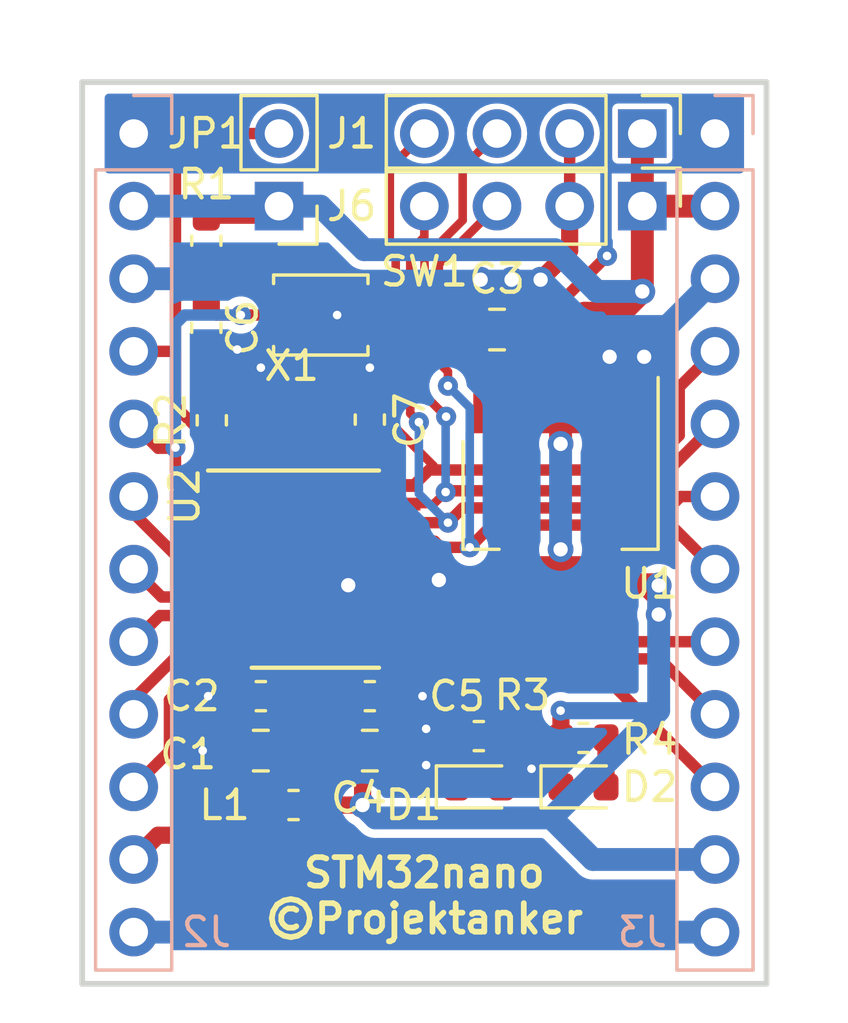
<source format=kicad_pcb>
(kicad_pcb (version 20171130) (host pcbnew "(5.0.2)-1")

  (general
    (thickness 1.6)
    (drawings 5)
    (tracks 268)
    (zones 0)
    (modules 23)
    (nets 25)
  )

  (page A4)
  (layers
    (0 F.Cu signal)
    (31 B.Cu signal)
    (32 B.Adhes user)
    (33 F.Adhes user)
    (34 B.Paste user)
    (35 F.Paste user)
    (36 B.SilkS user)
    (37 F.SilkS user)
    (38 B.Mask user)
    (39 F.Mask user)
    (40 Dwgs.User user)
    (41 Cmts.User user)
    (42 Eco1.User user)
    (43 Eco2.User user)
    (44 Edge.Cuts user)
    (45 Margin user)
    (46 B.CrtYd user)
    (47 F.CrtYd user)
    (48 B.Fab user)
    (49 F.Fab user)
  )

  (setup
    (last_trace_width 0.3)
    (user_trace_width 0.2)
    (user_trace_width 0.25)
    (user_trace_width 0.3)
    (user_trace_width 0.4)
    (user_trace_width 0.6)
    (user_trace_width 0.8)
    (user_trace_width 1)
    (user_trace_width 2)
    (trace_clearance 0.2)
    (zone_clearance 0.3)
    (zone_45_only no)
    (trace_min 0.2)
    (segment_width 0.2)
    (edge_width 0.15)
    (via_size 0.7)
    (via_drill 0.3)
    (via_min_size 0.7)
    (via_min_drill 0.3)
    (user_via 0.7 0.3)
    (user_via 0.9 0.5)
    (uvia_size 0.3)
    (uvia_drill 0.1)
    (uvias_allowed no)
    (uvia_min_size 0.2)
    (uvia_min_drill 0.1)
    (pcb_text_width 0.3)
    (pcb_text_size 1.5 1.5)
    (mod_edge_width 0.15)
    (mod_text_size 1 1)
    (mod_text_width 0.15)
    (pad_size 1.524 1.524)
    (pad_drill 0.762)
    (pad_to_mask_clearance 0.051)
    (solder_mask_min_width 0.25)
    (aux_axis_origin 122.66 84.56)
    (visible_elements 7FFFFFFF)
    (pcbplotparams
      (layerselection 0x010fc_ffffffff)
      (usegerberextensions true)
      (usegerberattributes false)
      (usegerberadvancedattributes false)
      (creategerberjobfile false)
      (excludeedgelayer true)
      (linewidth 0.100000)
      (plotframeref false)
      (viasonmask false)
      (mode 1)
      (useauxorigin false)
      (hpglpennumber 1)
      (hpglpenspeed 20)
      (hpglpendiameter 15.000000)
      (psnegative false)
      (psa4output false)
      (plotreference true)
      (plotvalue true)
      (plotinvisibletext false)
      (padsonsilk false)
      (subtractmaskfromsilk false)
      (outputformat 1)
      (mirror false)
      (drillshape 0)
      (scaleselection 1)
      (outputdirectory "plot/"))
  )

  (net 0 "")
  (net 1 VDDA)
  (net 2 GND)
  (net 3 VDD)
  (net 4 "Net-(X1-Pad1)")
  (net 5 "Net-(U2-Pad3)")
  (net 6 /nRST)
  (net 7 +VDC)
  (net 8 /BOOT0)
  (net 9 /CLK)
  (net 10 /PA0)
  (net 11 /PA1)
  (net 12 /PA2)
  (net 13 /PA3)
  (net 14 /PA4)
  (net 15 /PA5)
  (net 16 /PA6)
  (net 17 /PA7)
  (net 18 /PB1)
  (net 19 "Net-(D1-Pad2)")
  (net 20 "Net-(D2-Pad2)")
  (net 21 /PA9_TX)
  (net 22 /PA10_RX)
  (net 23 /PA13_SYS_SWDIO)
  (net 24 /PA14_SYS_SWCLK)

  (net_class Default "Dies ist die voreingestellte Netzklasse."
    (clearance 0.2)
    (trace_width 0.3)
    (via_dia 0.7)
    (via_drill 0.3)
    (uvia_dia 0.3)
    (uvia_drill 0.1)
    (diff_pair_gap 0.25)
    (diff_pair_width 0.3)
    (add_net +VDC)
    (add_net /BOOT0)
    (add_net /CLK)
    (add_net /PA0)
    (add_net /PA1)
    (add_net /PA10_RX)
    (add_net /PA13_SYS_SWDIO)
    (add_net /PA14_SYS_SWCLK)
    (add_net /PA2)
    (add_net /PA3)
    (add_net /PA4)
    (add_net /PA5)
    (add_net /PA6)
    (add_net /PA7)
    (add_net /PA9_TX)
    (add_net /PB1)
    (add_net /nRST)
    (add_net GND)
    (add_net "Net-(D1-Pad2)")
    (add_net "Net-(D2-Pad2)")
    (add_net "Net-(U2-Pad3)")
    (add_net "Net-(X1-Pad1)")
    (add_net VDD)
    (add_net VDDA)
  )

  (module Connector_PinHeader_2.54mm:PinHeader_1x12_P2.54mm_Vertical (layer B.Cu) (tedit 59FED5CC) (tstamp 5C32DD82)
    (at 124.46 86.36 180)
    (descr "Through hole straight pin header, 1x12, 2.54mm pitch, single row")
    (tags "Through hole pin header THT 1x12 2.54mm single row")
    (path /5C26A110)
    (fp_text reference J2 (at -2.54 -27.94 180) (layer B.SilkS)
      (effects (font (size 1 1) (thickness 0.15)) (justify mirror))
    )
    (fp_text value Conn_01x12 (at 0 -30.27 180) (layer B.Fab)
      (effects (font (size 1 1) (thickness 0.15)) (justify mirror))
    )
    (fp_text user %R (at 0 -13.97 90) (layer B.Fab)
      (effects (font (size 1 1) (thickness 0.15)) (justify mirror))
    )
    (fp_line (start 1.8 1.8) (end -1.8 1.8) (layer B.CrtYd) (width 0.05))
    (fp_line (start 1.8 -29.75) (end 1.8 1.8) (layer B.CrtYd) (width 0.05))
    (fp_line (start -1.8 -29.75) (end 1.8 -29.75) (layer B.CrtYd) (width 0.05))
    (fp_line (start -1.8 1.8) (end -1.8 -29.75) (layer B.CrtYd) (width 0.05))
    (fp_line (start -1.33 1.33) (end 0 1.33) (layer B.SilkS) (width 0.12))
    (fp_line (start -1.33 0) (end -1.33 1.33) (layer B.SilkS) (width 0.12))
    (fp_line (start -1.33 -1.27) (end 1.33 -1.27) (layer B.SilkS) (width 0.12))
    (fp_line (start 1.33 -1.27) (end 1.33 -29.27) (layer B.SilkS) (width 0.12))
    (fp_line (start -1.33 -1.27) (end -1.33 -29.27) (layer B.SilkS) (width 0.12))
    (fp_line (start -1.33 -29.27) (end 1.33 -29.27) (layer B.SilkS) (width 0.12))
    (fp_line (start -1.27 0.635) (end -0.635 1.27) (layer B.Fab) (width 0.1))
    (fp_line (start -1.27 -29.21) (end -1.27 0.635) (layer B.Fab) (width 0.1))
    (fp_line (start 1.27 -29.21) (end -1.27 -29.21) (layer B.Fab) (width 0.1))
    (fp_line (start 1.27 1.27) (end 1.27 -29.21) (layer B.Fab) (width 0.1))
    (fp_line (start -0.635 1.27) (end 1.27 1.27) (layer B.Fab) (width 0.1))
    (pad 12 thru_hole oval (at 0 -27.94 180) (size 1.7 1.7) (drill 1) (layers *.Cu *.Mask)
      (net 2 GND))
    (pad 11 thru_hole oval (at 0 -25.4 180) (size 1.7 1.7) (drill 1) (layers *.Cu *.Mask)
      (net 1 VDDA))
    (pad 10 thru_hole oval (at 0 -22.86 180) (size 1.7 1.7) (drill 1) (layers *.Cu *.Mask)
      (net 14 /PA4))
    (pad 9 thru_hole oval (at 0 -20.32 180) (size 1.7 1.7) (drill 1) (layers *.Cu *.Mask)
      (net 13 /PA3))
    (pad 8 thru_hole oval (at 0 -17.78 180) (size 1.7 1.7) (drill 1) (layers *.Cu *.Mask)
      (net 12 /PA2))
    (pad 7 thru_hole oval (at 0 -15.24 180) (size 1.7 1.7) (drill 1) (layers *.Cu *.Mask)
      (net 11 /PA1))
    (pad 6 thru_hole oval (at 0 -12.7 180) (size 1.7 1.7) (drill 1) (layers *.Cu *.Mask)
      (net 10 /PA0))
    (pad 5 thru_hole oval (at 0 -10.16 180) (size 1.7 1.7) (drill 1) (layers *.Cu *.Mask)
      (net 6 /nRST))
    (pad 4 thru_hole oval (at 0 -7.62 180) (size 1.7 1.7) (drill 1) (layers *.Cu *.Mask)
      (net 8 /BOOT0))
    (pad 3 thru_hole oval (at 0 -5.08 180) (size 1.7 1.7) (drill 1) (layers *.Cu *.Mask)
      (net 2 GND))
    (pad 2 thru_hole oval (at 0 -2.54 180) (size 1.7 1.7) (drill 1) (layers *.Cu *.Mask)
      (net 3 VDD))
    (pad 1 thru_hole rect (at 0 0 180) (size 1.7 1.7) (drill 1) (layers *.Cu *.Mask)
      (net 7 +VDC))
    (model ${KISYS3DMOD}/Connector_PinHeader_2.54mm.3dshapes/PinHeader_1x12_P2.54mm_Vertical.wrl
      (at (xyz 0 0 0))
      (scale (xyz 1 1 1))
      (rotate (xyz 0 0 0))
    )
  )

  (module Connector_PinHeader_2.54mm:PinHeader_1x12_P2.54mm_Vertical (layer B.Cu) (tedit 59FED5CC) (tstamp 5C32DD63)
    (at 144.78 86.36 180)
    (descr "Through hole straight pin header, 1x12, 2.54mm pitch, single row")
    (tags "Through hole pin header THT 1x12 2.54mm single row")
    (path /5C26A2AB)
    (fp_text reference J3 (at 2.54 -27.94 180) (layer B.SilkS)
      (effects (font (size 1 1) (thickness 0.15)) (justify mirror))
    )
    (fp_text value Conn_01x12 (at 0 -30.27 180) (layer B.Fab)
      (effects (font (size 1 1) (thickness 0.15)) (justify mirror))
    )
    (fp_line (start -0.635 1.27) (end 1.27 1.27) (layer B.Fab) (width 0.1))
    (fp_line (start 1.27 1.27) (end 1.27 -29.21) (layer B.Fab) (width 0.1))
    (fp_line (start 1.27 -29.21) (end -1.27 -29.21) (layer B.Fab) (width 0.1))
    (fp_line (start -1.27 -29.21) (end -1.27 0.635) (layer B.Fab) (width 0.1))
    (fp_line (start -1.27 0.635) (end -0.635 1.27) (layer B.Fab) (width 0.1))
    (fp_line (start -1.33 -29.27) (end 1.33 -29.27) (layer B.SilkS) (width 0.12))
    (fp_line (start -1.33 -1.27) (end -1.33 -29.27) (layer B.SilkS) (width 0.12))
    (fp_line (start 1.33 -1.27) (end 1.33 -29.27) (layer B.SilkS) (width 0.12))
    (fp_line (start -1.33 -1.27) (end 1.33 -1.27) (layer B.SilkS) (width 0.12))
    (fp_line (start -1.33 0) (end -1.33 1.33) (layer B.SilkS) (width 0.12))
    (fp_line (start -1.33 1.33) (end 0 1.33) (layer B.SilkS) (width 0.12))
    (fp_line (start -1.8 1.8) (end -1.8 -29.75) (layer B.CrtYd) (width 0.05))
    (fp_line (start -1.8 -29.75) (end 1.8 -29.75) (layer B.CrtYd) (width 0.05))
    (fp_line (start 1.8 -29.75) (end 1.8 1.8) (layer B.CrtYd) (width 0.05))
    (fp_line (start 1.8 1.8) (end -1.8 1.8) (layer B.CrtYd) (width 0.05))
    (fp_text user %R (at 0 -13.97 90) (layer B.Fab)
      (effects (font (size 1 1) (thickness 0.15)) (justify mirror))
    )
    (pad 1 thru_hole rect (at 0 0 180) (size 1.7 1.7) (drill 1) (layers *.Cu *.Mask)
      (net 7 +VDC))
    (pad 2 thru_hole oval (at 0 -2.54 180) (size 1.7 1.7) (drill 1) (layers *.Cu *.Mask)
      (net 3 VDD))
    (pad 3 thru_hole oval (at 0 -5.08 180) (size 1.7 1.7) (drill 1) (layers *.Cu *.Mask)
      (net 2 GND))
    (pad 4 thru_hole oval (at 0 -7.62 180) (size 1.7 1.7) (drill 1) (layers *.Cu *.Mask)
      (net 24 /PA14_SYS_SWCLK))
    (pad 5 thru_hole oval (at 0 -10.16 180) (size 1.7 1.7) (drill 1) (layers *.Cu *.Mask)
      (net 23 /PA13_SYS_SWDIO))
    (pad 6 thru_hole oval (at 0 -12.7 180) (size 1.7 1.7) (drill 1) (layers *.Cu *.Mask)
      (net 22 /PA10_RX))
    (pad 7 thru_hole oval (at 0 -15.24 180) (size 1.7 1.7) (drill 1) (layers *.Cu *.Mask)
      (net 21 /PA9_TX))
    (pad 8 thru_hole oval (at 0 -17.78 180) (size 1.7 1.7) (drill 1) (layers *.Cu *.Mask)
      (net 17 /PA7))
    (pad 9 thru_hole oval (at 0 -20.32 180) (size 1.7 1.7) (drill 1) (layers *.Cu *.Mask)
      (net 16 /PA6))
    (pad 10 thru_hole oval (at 0 -22.86 180) (size 1.7 1.7) (drill 1) (layers *.Cu *.Mask)
      (net 15 /PA5))
    (pad 11 thru_hole oval (at 0 -25.4 180) (size 1.7 1.7) (drill 1) (layers *.Cu *.Mask)
      (net 3 VDD))
    (pad 12 thru_hole oval (at 0 -27.94 180) (size 1.7 1.7) (drill 1) (layers *.Cu *.Mask)
      (net 2 GND))
    (model ${KISYS3DMOD}/Connector_PinHeader_2.54mm.3dshapes/PinHeader_1x12_P2.54mm_Vertical.wrl
      (at (xyz 0 0 0))
      (scale (xyz 1 1 1))
      (rotate (xyz 0 0 0))
    )
  )

  (module Inductor_SMD:L_0603_1608Metric (layer F.Cu) (tedit 5B301BBE) (tstamp 5C1F2FC9)
    (at 130.048 109.855)
    (descr "Inductor SMD 0603 (1608 Metric), square (rectangular) end terminal, IPC_7351 nominal, (Body size source: http://www.tortai-tech.com/upload/download/2011102023233369053.pdf), generated with kicad-footprint-generator")
    (tags inductor)
    (path /5C1D3719)
    (attr smd)
    (fp_text reference L1 (at -2.413 0) (layer F.SilkS)
      (effects (font (size 1 1) (thickness 0.15)))
    )
    (fp_text value 600R (at 0 1.43) (layer F.Fab)
      (effects (font (size 1 1) (thickness 0.15)))
    )
    (fp_line (start -0.8 0.4) (end -0.8 -0.4) (layer F.Fab) (width 0.1))
    (fp_line (start -0.8 -0.4) (end 0.8 -0.4) (layer F.Fab) (width 0.1))
    (fp_line (start 0.8 -0.4) (end 0.8 0.4) (layer F.Fab) (width 0.1))
    (fp_line (start 0.8 0.4) (end -0.8 0.4) (layer F.Fab) (width 0.1))
    (fp_line (start -0.162779 -0.51) (end 0.162779 -0.51) (layer F.SilkS) (width 0.12))
    (fp_line (start -0.162779 0.51) (end 0.162779 0.51) (layer F.SilkS) (width 0.12))
    (fp_line (start -1.48 0.73) (end -1.48 -0.73) (layer F.CrtYd) (width 0.05))
    (fp_line (start -1.48 -0.73) (end 1.48 -0.73) (layer F.CrtYd) (width 0.05))
    (fp_line (start 1.48 -0.73) (end 1.48 0.73) (layer F.CrtYd) (width 0.05))
    (fp_line (start 1.48 0.73) (end -1.48 0.73) (layer F.CrtYd) (width 0.05))
    (fp_text user %R (at 0 0) (layer F.Fab)
      (effects (font (size 0.4 0.4) (thickness 0.06)))
    )
    (pad 1 smd roundrect (at -0.7875 0) (size 0.875 0.95) (layers F.Cu F.Paste F.Mask) (roundrect_rratio 0.25)
      (net 1 VDDA))
    (pad 2 smd roundrect (at 0.7875 0) (size 0.875 0.95) (layers F.Cu F.Paste F.Mask) (roundrect_rratio 0.25)
      (net 3 VDD))
    (model ${KISYS3DMOD}/Inductor_SMD.3dshapes/L_0603_1608Metric.wrl
      (at (xyz 0 0 0))
      (scale (xyz 1 1 1))
      (rotate (xyz 0 0 0))
    )
  )

  (module Package_TO_SOT_SMD:SOT-223-3_TabPin2 (layer F.Cu) (tedit 5A02FF57) (tstamp 5C1E4309)
    (at 139.3825 98.9965 270)
    (descr "module CMS SOT223 4 pins")
    (tags "CMS SOT")
    (path /5C1D5BF5)
    (attr smd)
    (fp_text reference U1 (at 3.1115 -3.1115) (layer F.SilkS)
      (effects (font (size 1 1) (thickness 0.15)))
    )
    (fp_text value LM1117-3.3 (at 0 4.5 270) (layer F.Fab)
      (effects (font (size 1 1) (thickness 0.15)))
    )
    (fp_text user %R (at 0 0) (layer F.Fab)
      (effects (font (size 0.8 0.8) (thickness 0.12)))
    )
    (fp_line (start 1.91 3.41) (end 1.91 2.15) (layer F.SilkS) (width 0.12))
    (fp_line (start 1.91 -3.41) (end 1.91 -2.15) (layer F.SilkS) (width 0.12))
    (fp_line (start 4.4 -3.6) (end -4.4 -3.6) (layer F.CrtYd) (width 0.05))
    (fp_line (start 4.4 3.6) (end 4.4 -3.6) (layer F.CrtYd) (width 0.05))
    (fp_line (start -4.4 3.6) (end 4.4 3.6) (layer F.CrtYd) (width 0.05))
    (fp_line (start -4.4 -3.6) (end -4.4 3.6) (layer F.CrtYd) (width 0.05))
    (fp_line (start -1.85 -2.35) (end -0.85 -3.35) (layer F.Fab) (width 0.1))
    (fp_line (start -1.85 -2.35) (end -1.85 3.35) (layer F.Fab) (width 0.1))
    (fp_line (start -1.85 3.41) (end 1.91 3.41) (layer F.SilkS) (width 0.12))
    (fp_line (start -0.85 -3.35) (end 1.85 -3.35) (layer F.Fab) (width 0.1))
    (fp_line (start -4.1 -3.41) (end 1.91 -3.41) (layer F.SilkS) (width 0.12))
    (fp_line (start -1.85 3.35) (end 1.85 3.35) (layer F.Fab) (width 0.1))
    (fp_line (start 1.85 -3.35) (end 1.85 3.35) (layer F.Fab) (width 0.1))
    (pad 2 smd rect (at 3.15 0 270) (size 2 3.8) (layers F.Cu F.Paste F.Mask)
      (net 3 VDD))
    (pad 2 smd rect (at -3.15 0 270) (size 2 1.5) (layers F.Cu F.Paste F.Mask)
      (net 3 VDD))
    (pad 3 smd rect (at -3.15 2.3 270) (size 2 1.5) (layers F.Cu F.Paste F.Mask)
      (net 7 +VDC))
    (pad 1 smd rect (at -3.15 -2.3 270) (size 2 1.5) (layers F.Cu F.Paste F.Mask)
      (net 2 GND))
    (model ${KISYS3DMOD}/Package_TO_SOT_SMD.3dshapes/SOT-223.wrl
      (at (xyz 0 0 0))
      (scale (xyz 1 1 1))
      (rotate (xyz 0 0 0))
    )
  )

  (module Connector_PinHeader_2.54mm:PinHeader_1x04_P2.54mm_Vertical (layer F.Cu) (tedit 59FED5CC) (tstamp 5C1E21A7)
    (at 142.24 88.9 270)
    (descr "Through hole straight pin header, 1x04, 2.54mm pitch, single row")
    (tags "Through hole pin header THT 1x04 2.54mm single row")
    (path /5C1E2F0F)
    (fp_text reference J6 (at 0 10.16) (layer F.SilkS)
      (effects (font (size 1 1) (thickness 0.15)))
    )
    (fp_text value Conn_01x04 (at 0 9.95 270) (layer F.Fab)
      (effects (font (size 1 1) (thickness 0.15)))
    )
    (fp_text user %R (at 0 3.81) (layer F.Fab)
      (effects (font (size 1 1) (thickness 0.15)))
    )
    (fp_line (start 1.8 -1.8) (end -1.8 -1.8) (layer F.CrtYd) (width 0.05))
    (fp_line (start 1.8 9.4) (end 1.8 -1.8) (layer F.CrtYd) (width 0.05))
    (fp_line (start -1.8 9.4) (end 1.8 9.4) (layer F.CrtYd) (width 0.05))
    (fp_line (start -1.8 -1.8) (end -1.8 9.4) (layer F.CrtYd) (width 0.05))
    (fp_line (start -1.33 -1.33) (end 0 -1.33) (layer F.SilkS) (width 0.12))
    (fp_line (start -1.33 0) (end -1.33 -1.33) (layer F.SilkS) (width 0.12))
    (fp_line (start -1.33 1.27) (end 1.33 1.27) (layer F.SilkS) (width 0.12))
    (fp_line (start 1.33 1.27) (end 1.33 8.95) (layer F.SilkS) (width 0.12))
    (fp_line (start -1.33 1.27) (end -1.33 8.95) (layer F.SilkS) (width 0.12))
    (fp_line (start -1.33 8.95) (end 1.33 8.95) (layer F.SilkS) (width 0.12))
    (fp_line (start -1.27 -0.635) (end -0.635 -1.27) (layer F.Fab) (width 0.1))
    (fp_line (start -1.27 8.89) (end -1.27 -0.635) (layer F.Fab) (width 0.1))
    (fp_line (start 1.27 8.89) (end -1.27 8.89) (layer F.Fab) (width 0.1))
    (fp_line (start 1.27 -1.27) (end 1.27 8.89) (layer F.Fab) (width 0.1))
    (fp_line (start -0.635 -1.27) (end 1.27 -1.27) (layer F.Fab) (width 0.1))
    (pad 4 thru_hole oval (at 0 7.62 270) (size 1.7 1.7) (drill 1) (layers *.Cu *.Mask)
      (net 22 /PA10_RX))
    (pad 3 thru_hole oval (at 0 5.08 270) (size 1.7 1.7) (drill 1) (layers *.Cu *.Mask)
      (net 21 /PA9_TX))
    (pad 2 thru_hole oval (at 0 2.54 270) (size 1.7 1.7) (drill 1) (layers *.Cu *.Mask)
      (net 2 GND))
    (pad 1 thru_hole rect (at 0 0 270) (size 1.7 1.7) (drill 1) (layers *.Cu *.Mask)
      (net 3 VDD))
    (model ${KISYS3DMOD}/Connector_PinHeader_2.54mm.3dshapes/PinHeader_1x04_P2.54mm_Vertical.wrl
      (at (xyz 0 0 0))
      (scale (xyz 1 1 1))
      (rotate (xyz 0 0 0))
    )
  )

  (module Connector_PinHeader_2.54mm:PinHeader_1x04_P2.54mm_Vertical (layer F.Cu) (tedit 59FED5CC) (tstamp 5C1E2179)
    (at 142.24 86.36 270)
    (descr "Through hole straight pin header, 1x04, 2.54mm pitch, single row")
    (tags "Through hole pin header THT 1x04 2.54mm single row")
    (path /5C1E2E83)
    (fp_text reference J1 (at 0 10.16 180) (layer F.SilkS)
      (effects (font (size 1 1) (thickness 0.15)))
    )
    (fp_text value Conn_01x04 (at 0 9.95 270) (layer F.Fab)
      (effects (font (size 1 1) (thickness 0.15)))
    )
    (fp_line (start -0.635 -1.27) (end 1.27 -1.27) (layer F.Fab) (width 0.1))
    (fp_line (start 1.27 -1.27) (end 1.27 8.89) (layer F.Fab) (width 0.1))
    (fp_line (start 1.27 8.89) (end -1.27 8.89) (layer F.Fab) (width 0.1))
    (fp_line (start -1.27 8.89) (end -1.27 -0.635) (layer F.Fab) (width 0.1))
    (fp_line (start -1.27 -0.635) (end -0.635 -1.27) (layer F.Fab) (width 0.1))
    (fp_line (start -1.33 8.95) (end 1.33 8.95) (layer F.SilkS) (width 0.12))
    (fp_line (start -1.33 1.27) (end -1.33 8.95) (layer F.SilkS) (width 0.12))
    (fp_line (start 1.33 1.27) (end 1.33 8.95) (layer F.SilkS) (width 0.12))
    (fp_line (start -1.33 1.27) (end 1.33 1.27) (layer F.SilkS) (width 0.12))
    (fp_line (start -1.33 0) (end -1.33 -1.33) (layer F.SilkS) (width 0.12))
    (fp_line (start -1.33 -1.33) (end 0 -1.33) (layer F.SilkS) (width 0.12))
    (fp_line (start -1.8 -1.8) (end -1.8 9.4) (layer F.CrtYd) (width 0.05))
    (fp_line (start -1.8 9.4) (end 1.8 9.4) (layer F.CrtYd) (width 0.05))
    (fp_line (start 1.8 9.4) (end 1.8 -1.8) (layer F.CrtYd) (width 0.05))
    (fp_line (start 1.8 -1.8) (end -1.8 -1.8) (layer F.CrtYd) (width 0.05))
    (fp_text user %R (at 0 3.81) (layer F.Fab)
      (effects (font (size 1 1) (thickness 0.15)))
    )
    (pad 1 thru_hole rect (at 0 0 270) (size 1.7 1.7) (drill 1) (layers *.Cu *.Mask)
      (net 3 VDD))
    (pad 2 thru_hole oval (at 0 2.54 270) (size 1.7 1.7) (drill 1) (layers *.Cu *.Mask)
      (net 2 GND))
    (pad 3 thru_hole oval (at 0 5.08 270) (size 1.7 1.7) (drill 1) (layers *.Cu *.Mask)
      (net 23 /PA13_SYS_SWDIO))
    (pad 4 thru_hole oval (at 0 7.62 270) (size 1.7 1.7) (drill 1) (layers *.Cu *.Mask)
      (net 24 /PA14_SYS_SWCLK))
    (model ${KISYS3DMOD}/Connector_PinHeader_2.54mm.3dshapes/PinHeader_1x04_P2.54mm_Vertical.wrl
      (at (xyz 0 0 0))
      (scale (xyz 1 1 1))
      (rotate (xyz 0 0 0))
    )
  )

  (module LED_SMD:LED_0603_1608Metric (layer F.Cu) (tedit 5B301BBE) (tstamp 5C1CC12E)
    (at 140.1825 109.22)
    (descr "LED SMD 0603 (1608 Metric), square (rectangular) end terminal, IPC_7351 nominal, (Body size source: http://www.tortai-tech.com/upload/download/2011102023233369053.pdf), generated with kicad-footprint-generator")
    (tags diode)
    (path /5C1CCB54)
    (attr smd)
    (fp_text reference D2 (at 2.3115 0) (layer F.SilkS)
      (effects (font (size 1 1) (thickness 0.15)))
    )
    (fp_text value LED (at 0 1.43) (layer F.Fab)
      (effects (font (size 1 1) (thickness 0.15)))
    )
    (fp_line (start 0.8 -0.4) (end -0.5 -0.4) (layer F.Fab) (width 0.1))
    (fp_line (start -0.5 -0.4) (end -0.8 -0.1) (layer F.Fab) (width 0.1))
    (fp_line (start -0.8 -0.1) (end -0.8 0.4) (layer F.Fab) (width 0.1))
    (fp_line (start -0.8 0.4) (end 0.8 0.4) (layer F.Fab) (width 0.1))
    (fp_line (start 0.8 0.4) (end 0.8 -0.4) (layer F.Fab) (width 0.1))
    (fp_line (start 0.8 -0.735) (end -1.485 -0.735) (layer F.SilkS) (width 0.12))
    (fp_line (start -1.485 -0.735) (end -1.485 0.735) (layer F.SilkS) (width 0.12))
    (fp_line (start -1.485 0.735) (end 0.8 0.735) (layer F.SilkS) (width 0.12))
    (fp_line (start -1.48 0.73) (end -1.48 -0.73) (layer F.CrtYd) (width 0.05))
    (fp_line (start -1.48 -0.73) (end 1.48 -0.73) (layer F.CrtYd) (width 0.05))
    (fp_line (start 1.48 -0.73) (end 1.48 0.73) (layer F.CrtYd) (width 0.05))
    (fp_line (start 1.48 0.73) (end -1.48 0.73) (layer F.CrtYd) (width 0.05))
    (fp_text user %R (at 0 0) (layer F.Fab)
      (effects (font (size 0.4 0.4) (thickness 0.06)))
    )
    (pad 1 smd roundrect (at -0.7875 0) (size 0.875 0.95) (layers F.Cu F.Paste F.Mask) (roundrect_rratio 0.25)
      (net 2 GND))
    (pad 2 smd roundrect (at 0.7875 0) (size 0.875 0.95) (layers F.Cu F.Paste F.Mask) (roundrect_rratio 0.25)
      (net 20 "Net-(D2-Pad2)"))
    (model ${KISYS3DMOD}/LED_SMD.3dshapes/LED_0603_1608Metric.wrl
      (at (xyz 0 0 0))
      (scale (xyz 1 1 1))
      (rotate (xyz 0 0 0))
    )
  )

  (module Resistor_SMD:R_0603_1608Metric (layer F.Cu) (tedit 5B301BBD) (tstamp 5C1CC035)
    (at 140.1825 107.5055)
    (descr "Resistor SMD 0603 (1608 Metric), square (rectangular) end terminal, IPC_7351 nominal, (Body size source: http://www.tortai-tech.com/upload/download/2011102023233369053.pdf), generated with kicad-footprint-generator")
    (tags resistor)
    (path /5C1CCB5B)
    (attr smd)
    (fp_text reference R4 (at 2.3115 0.0635) (layer F.SilkS)
      (effects (font (size 1 1) (thickness 0.15)))
    )
    (fp_text value 1K (at 0 1.43) (layer F.Fab)
      (effects (font (size 1 1) (thickness 0.15)))
    )
    (fp_line (start -0.8 0.4) (end -0.8 -0.4) (layer F.Fab) (width 0.1))
    (fp_line (start -0.8 -0.4) (end 0.8 -0.4) (layer F.Fab) (width 0.1))
    (fp_line (start 0.8 -0.4) (end 0.8 0.4) (layer F.Fab) (width 0.1))
    (fp_line (start 0.8 0.4) (end -0.8 0.4) (layer F.Fab) (width 0.1))
    (fp_line (start -0.162779 -0.51) (end 0.162779 -0.51) (layer F.SilkS) (width 0.12))
    (fp_line (start -0.162779 0.51) (end 0.162779 0.51) (layer F.SilkS) (width 0.12))
    (fp_line (start -1.48 0.73) (end -1.48 -0.73) (layer F.CrtYd) (width 0.05))
    (fp_line (start -1.48 -0.73) (end 1.48 -0.73) (layer F.CrtYd) (width 0.05))
    (fp_line (start 1.48 -0.73) (end 1.48 0.73) (layer F.CrtYd) (width 0.05))
    (fp_line (start 1.48 0.73) (end -1.48 0.73) (layer F.CrtYd) (width 0.05))
    (fp_text user %R (at 0 0) (layer F.Fab)
      (effects (font (size 0.4 0.4) (thickness 0.06)))
    )
    (pad 1 smd roundrect (at -0.7875 0) (size 0.875 0.95) (layers F.Cu F.Paste F.Mask) (roundrect_rratio 0.25)
      (net 3 VDD))
    (pad 2 smd roundrect (at 0.7875 0) (size 0.875 0.95) (layers F.Cu F.Paste F.Mask) (roundrect_rratio 0.25)
      (net 20 "Net-(D2-Pad2)"))
    (model ${KISYS3DMOD}/Resistor_SMD.3dshapes/R_0603_1608Metric.wrl
      (at (xyz 0 0 0))
      (scale (xyz 1 1 1))
      (rotate (xyz 0 0 0))
    )
  )

  (module Button_Switch_SMD:SW_SPST_B3U-1000P (layer F.Cu) (tedit 5A02FC95) (tstamp 5C1E504C)
    (at 131.0005 92.71 180)
    (descr "Ultra-small-sized Tactile Switch with High Contact Reliability, Top-actuated Model, without Ground Terminal, without Boss")
    (tags "Tactile Switch")
    (path /5C1CE75B)
    (attr smd)
    (fp_text reference SW1 (at -3.6195 1.524 180) (layer F.SilkS)
      (effects (font (size 1 1) (thickness 0.15)))
    )
    (fp_text value SW_DIP_x01 (at 0 2.5 180) (layer F.Fab)
      (effects (font (size 1 1) (thickness 0.15)))
    )
    (fp_circle (center 0 0) (end 0.75 0) (layer F.Fab) (width 0.1))
    (fp_line (start -1.5 1.25) (end -1.5 -1.25) (layer F.Fab) (width 0.1))
    (fp_line (start 1.5 1.25) (end -1.5 1.25) (layer F.Fab) (width 0.1))
    (fp_line (start 1.5 -1.25) (end 1.5 1.25) (layer F.Fab) (width 0.1))
    (fp_line (start -1.5 -1.25) (end 1.5 -1.25) (layer F.Fab) (width 0.1))
    (fp_line (start 1.65 -1.4) (end 1.65 -1.1) (layer F.SilkS) (width 0.12))
    (fp_line (start -1.65 -1.4) (end 1.65 -1.4) (layer F.SilkS) (width 0.12))
    (fp_line (start -1.65 -1.1) (end -1.65 -1.4) (layer F.SilkS) (width 0.12))
    (fp_line (start 1.65 1.4) (end 1.65 1.1) (layer F.SilkS) (width 0.12))
    (fp_line (start -1.65 1.4) (end 1.65 1.4) (layer F.SilkS) (width 0.12))
    (fp_line (start -1.65 1.1) (end -1.65 1.4) (layer F.SilkS) (width 0.12))
    (fp_line (start -2.4 -1.65) (end -2.4 1.65) (layer F.CrtYd) (width 0.05))
    (fp_line (start 2.4 -1.65) (end -2.4 -1.65) (layer F.CrtYd) (width 0.05))
    (fp_line (start 2.4 1.65) (end 2.4 -1.65) (layer F.CrtYd) (width 0.05))
    (fp_line (start -2.4 1.65) (end 2.4 1.65) (layer F.CrtYd) (width 0.05))
    (fp_text user %R (at 0 -2.5 180) (layer F.Fab)
      (effects (font (size 1 1) (thickness 0.15)))
    )
    (pad 2 smd rect (at 1.7 0 180) (size 0.9 1.7) (layers F.Cu F.Paste F.Mask)
      (net 6 /nRST))
    (pad 1 smd rect (at -1.7 0 180) (size 0.9 1.7) (layers F.Cu F.Paste F.Mask)
      (net 2 GND))
    (model ${KISYS3DMOD}/Button_Switch_SMD.3dshapes/SW_SPST_B3U-1000P.wrl
      (at (xyz 0 0 0))
      (scale (xyz 1 1 1))
      (rotate (xyz 0 0 0))
    )
  )

  (module LED_SMD:LED_0603_1608Metric (layer F.Cu) (tedit 5B301BBE) (tstamp 5C1F1FC0)
    (at 136.525 109.22)
    (descr "LED SMD 0603 (1608 Metric), square (rectangular) end terminal, IPC_7351 nominal, (Body size source: http://www.tortai-tech.com/upload/download/2011102023233369053.pdf), generated with kicad-footprint-generator")
    (tags diode)
    (path /5C1CC96B)
    (attr smd)
    (fp_text reference D1 (at -2.286 0.635) (layer F.SilkS)
      (effects (font (size 1 1) (thickness 0.15)))
    )
    (fp_text value LED (at 0 1.43) (layer F.Fab)
      (effects (font (size 1 1) (thickness 0.15)))
    )
    (fp_line (start 0.8 -0.4) (end -0.5 -0.4) (layer F.Fab) (width 0.1))
    (fp_line (start -0.5 -0.4) (end -0.8 -0.1) (layer F.Fab) (width 0.1))
    (fp_line (start -0.8 -0.1) (end -0.8 0.4) (layer F.Fab) (width 0.1))
    (fp_line (start -0.8 0.4) (end 0.8 0.4) (layer F.Fab) (width 0.1))
    (fp_line (start 0.8 0.4) (end 0.8 -0.4) (layer F.Fab) (width 0.1))
    (fp_line (start 0.8 -0.735) (end -1.485 -0.735) (layer F.SilkS) (width 0.12))
    (fp_line (start -1.485 -0.735) (end -1.485 0.735) (layer F.SilkS) (width 0.12))
    (fp_line (start -1.485 0.735) (end 0.8 0.735) (layer F.SilkS) (width 0.12))
    (fp_line (start -1.48 0.73) (end -1.48 -0.73) (layer F.CrtYd) (width 0.05))
    (fp_line (start -1.48 -0.73) (end 1.48 -0.73) (layer F.CrtYd) (width 0.05))
    (fp_line (start 1.48 -0.73) (end 1.48 0.73) (layer F.CrtYd) (width 0.05))
    (fp_line (start 1.48 0.73) (end -1.48 0.73) (layer F.CrtYd) (width 0.05))
    (fp_text user %R (at 0 0) (layer F.Fab)
      (effects (font (size 0.4 0.4) (thickness 0.06)))
    )
    (pad 1 smd roundrect (at -0.7875 0) (size 0.875 0.95) (layers F.Cu F.Paste F.Mask) (roundrect_rratio 0.25)
      (net 2 GND))
    (pad 2 smd roundrect (at 0.7875 0) (size 0.875 0.95) (layers F.Cu F.Paste F.Mask) (roundrect_rratio 0.25)
      (net 19 "Net-(D1-Pad2)"))
    (model ${KISYS3DMOD}/LED_SMD.3dshapes/LED_0603_1608Metric.wrl
      (at (xyz 0 0 0))
      (scale (xyz 1 1 1))
      (rotate (xyz 0 0 0))
    )
  )

  (module Resistor_SMD:R_0603_1608Metric (layer F.Cu) (tedit 5B301BBD) (tstamp 5C28D1A1)
    (at 136.525 107.442)
    (descr "Resistor SMD 0603 (1608 Metric), square (rectangular) end terminal, IPC_7351 nominal, (Body size source: http://www.tortai-tech.com/upload/download/2011102023233369053.pdf), generated with kicad-footprint-generator")
    (tags resistor)
    (path /5C1CCB60)
    (attr smd)
    (fp_text reference R3 (at 1.524 -1.43) (layer F.SilkS)
      (effects (font (size 1 1) (thickness 0.15)))
    )
    (fp_text value 1K (at 0 1.43) (layer F.Fab)
      (effects (font (size 1 1) (thickness 0.15)))
    )
    (fp_line (start -0.8 0.4) (end -0.8 -0.4) (layer F.Fab) (width 0.1))
    (fp_line (start -0.8 -0.4) (end 0.8 -0.4) (layer F.Fab) (width 0.1))
    (fp_line (start 0.8 -0.4) (end 0.8 0.4) (layer F.Fab) (width 0.1))
    (fp_line (start 0.8 0.4) (end -0.8 0.4) (layer F.Fab) (width 0.1))
    (fp_line (start -0.162779 -0.51) (end 0.162779 -0.51) (layer F.SilkS) (width 0.12))
    (fp_line (start -0.162779 0.51) (end 0.162779 0.51) (layer F.SilkS) (width 0.12))
    (fp_line (start -1.48 0.73) (end -1.48 -0.73) (layer F.CrtYd) (width 0.05))
    (fp_line (start -1.48 -0.73) (end 1.48 -0.73) (layer F.CrtYd) (width 0.05))
    (fp_line (start 1.48 -0.73) (end 1.48 0.73) (layer F.CrtYd) (width 0.05))
    (fp_line (start 1.48 0.73) (end -1.48 0.73) (layer F.CrtYd) (width 0.05))
    (fp_text user %R (at 0 0) (layer F.Fab)
      (effects (font (size 0.4 0.4) (thickness 0.06)))
    )
    (pad 1 smd roundrect (at -0.7875 0) (size 0.875 0.95) (layers F.Cu F.Paste F.Mask) (roundrect_rratio 0.25)
      (net 18 /PB1))
    (pad 2 smd roundrect (at 0.7875 0) (size 0.875 0.95) (layers F.Cu F.Paste F.Mask) (roundrect_rratio 0.25)
      (net 19 "Net-(D1-Pad2)"))
    (model ${KISYS3DMOD}/Resistor_SMD.3dshapes/R_0603_1608Metric.wrl
      (at (xyz 0 0 0))
      (scale (xyz 1 1 1))
      (rotate (xyz 0 0 0))
    )
  )

  (module Oscillator:Oscillator_SMD_EuroQuartz_XO32-4Pin_3.2x2.5mm (layer F.Cu) (tedit 58CD3344) (tstamp 5C1F1CEB)
    (at 129.98 96.38 180)
    (descr "Miniature Crystal Clock Oscillator EuroQuartz XO32 series, http://cdn-reichelt.de/documents/datenblatt/B400/XO32.pdf, 3.2x2.5mm^2 package")
    (tags "SMD SMT crystal oscillator")
    (path /5C1D1F5B)
    (attr smd)
    (fp_text reference X1 (at 0 1.892 180) (layer F.SilkS)
      (effects (font (size 1 1) (thickness 0.15)))
    )
    (fp_text value XO32 (at 0 2.45 180) (layer F.Fab)
      (effects (font (size 1 1) (thickness 0.15)))
    )
    (fp_text user %R (at 0 0 180) (layer F.Fab)
      (effects (font (size 0.7 0.7) (thickness 0.105)))
    )
    (fp_line (start -1.5 -1.25) (end 1.5 -1.25) (layer F.Fab) (width 0.1))
    (fp_line (start 1.5 -1.25) (end 1.6 -1.15) (layer F.Fab) (width 0.1))
    (fp_line (start 1.6 -1.15) (end 1.6 1.15) (layer F.Fab) (width 0.1))
    (fp_line (start 1.6 1.15) (end 1.5 1.25) (layer F.Fab) (width 0.1))
    (fp_line (start 1.5 1.25) (end -1.5 1.25) (layer F.Fab) (width 0.1))
    (fp_line (start -1.5 1.25) (end -1.6 1.15) (layer F.Fab) (width 0.1))
    (fp_line (start -1.6 1.15) (end -1.6 -1.15) (layer F.Fab) (width 0.1))
    (fp_line (start -1.6 -1.15) (end -1.5 -1.25) (layer F.Fab) (width 0.1))
    (fp_line (start -1.6 0.25) (end -0.6 1.25) (layer F.Fab) (width 0.1))
    (fp_line (start -1.9 -1.5) (end -1.9 1.5) (layer F.CrtYd) (width 0.05))
    (fp_line (start -1.9 1.5) (end 1.9 1.5) (layer F.CrtYd) (width 0.05))
    (fp_line (start 1.9 1.5) (end 1.9 -1.5) (layer F.CrtYd) (width 0.05))
    (fp_line (start 1.9 -1.5) (end -1.9 -1.5) (layer F.CrtYd) (width 0.05))
    (fp_circle (center 0 0) (end 0.25 0) (layer F.Adhes) (width 0.1))
    (fp_circle (center 0 0) (end 0.208333 0) (layer F.Adhes) (width 0.083333))
    (fp_circle (center 0 0) (end 0.133333 0) (layer F.Adhes) (width 0.083333))
    (fp_circle (center 0 0) (end 0.058333 0) (layer F.Adhes) (width 0.116667))
    (pad 1 smd rect (at -1.075 0.775 180) (size 1 0.9) (layers F.Cu F.Paste F.Mask)
      (net 4 "Net-(X1-Pad1)"))
    (pad 2 smd rect (at 1.075 0.775 180) (size 1 0.9) (layers F.Cu F.Paste F.Mask)
      (net 2 GND))
    (pad 3 smd rect (at 1.075 -0.775 180) (size 1 0.9) (layers F.Cu F.Paste F.Mask)
      (net 9 /CLK))
    (pad 4 smd rect (at -1.075 -0.775 180) (size 1 0.9) (layers F.Cu F.Paste F.Mask)
      (net 3 VDD))
    (model ${KISYS3DMOD}/Oscillator.3dshapes/Oscillator_SMD_EuroQuartz_XO32-4Pin_3.2x2.5mm.wrl
      (at (xyz 0 0 0))
      (scale (xyz 1 1 1))
      (rotate (xyz 0 0 0))
    )
  )

  (module Capacitor_SMD:C_0603_1608Metric (layer F.Cu) (tedit 5B301BBE) (tstamp 5C1C1D96)
    (at 128.905 106.045 180)
    (descr "Capacitor SMD 0603 (1608 Metric), square (rectangular) end terminal, IPC_7351 nominal, (Body size source: http://www.tortai-tech.com/upload/download/2011102023233369053.pdf), generated with kicad-footprint-generator")
    (tags capacitor)
    (path /5C1D35DD)
    (attr smd)
    (fp_text reference C2 (at 2.413 0 180) (layer F.SilkS)
      (effects (font (size 1 1) (thickness 0.15)))
    )
    (fp_text value 100n/25V (at 0 1.43 180) (layer F.Fab)
      (effects (font (size 1 1) (thickness 0.15)))
    )
    (fp_text user %R (at 0 0 180) (layer F.Fab)
      (effects (font (size 0.4 0.4) (thickness 0.06)))
    )
    (fp_line (start 1.48 0.73) (end -1.48 0.73) (layer F.CrtYd) (width 0.05))
    (fp_line (start 1.48 -0.73) (end 1.48 0.73) (layer F.CrtYd) (width 0.05))
    (fp_line (start -1.48 -0.73) (end 1.48 -0.73) (layer F.CrtYd) (width 0.05))
    (fp_line (start -1.48 0.73) (end -1.48 -0.73) (layer F.CrtYd) (width 0.05))
    (fp_line (start -0.162779 0.51) (end 0.162779 0.51) (layer F.SilkS) (width 0.12))
    (fp_line (start -0.162779 -0.51) (end 0.162779 -0.51) (layer F.SilkS) (width 0.12))
    (fp_line (start 0.8 0.4) (end -0.8 0.4) (layer F.Fab) (width 0.1))
    (fp_line (start 0.8 -0.4) (end 0.8 0.4) (layer F.Fab) (width 0.1))
    (fp_line (start -0.8 -0.4) (end 0.8 -0.4) (layer F.Fab) (width 0.1))
    (fp_line (start -0.8 0.4) (end -0.8 -0.4) (layer F.Fab) (width 0.1))
    (pad 2 smd roundrect (at 0.7875 0 180) (size 0.875 0.95) (layers F.Cu F.Paste F.Mask) (roundrect_rratio 0.25)
      (net 2 GND))
    (pad 1 smd roundrect (at -0.7875 0 180) (size 0.875 0.95) (layers F.Cu F.Paste F.Mask) (roundrect_rratio 0.25)
      (net 1 VDDA))
    (model ${KISYS3DMOD}/Capacitor_SMD.3dshapes/C_0603_1608Metric.wrl
      (at (xyz 0 0 0))
      (scale (xyz 1 1 1))
      (rotate (xyz 0 0 0))
    )
  )

  (module Capacitor_SMD:C_0603_1608Metric (layer F.Cu) (tedit 5B301BBE) (tstamp 5C28D683)
    (at 132.715 96.3675 90)
    (descr "Capacitor SMD 0603 (1608 Metric), square (rectangular) end terminal, IPC_7351 nominal, (Body size source: http://www.tortai-tech.com/upload/download/2011102023233369053.pdf), generated with kicad-footprint-generator")
    (tags capacitor)
    (path /5C1D417A)
    (attr smd)
    (fp_text reference C7 (at -0.0255 1.397 270) (layer F.SilkS)
      (effects (font (size 1 1) (thickness 0.15)))
    )
    (fp_text value 100n/25V (at 0 1.43 90) (layer F.Fab)
      (effects (font (size 1 1) (thickness 0.15)))
    )
    (fp_line (start -0.8 0.4) (end -0.8 -0.4) (layer F.Fab) (width 0.1))
    (fp_line (start -0.8 -0.4) (end 0.8 -0.4) (layer F.Fab) (width 0.1))
    (fp_line (start 0.8 -0.4) (end 0.8 0.4) (layer F.Fab) (width 0.1))
    (fp_line (start 0.8 0.4) (end -0.8 0.4) (layer F.Fab) (width 0.1))
    (fp_line (start -0.162779 -0.51) (end 0.162779 -0.51) (layer F.SilkS) (width 0.12))
    (fp_line (start -0.162779 0.51) (end 0.162779 0.51) (layer F.SilkS) (width 0.12))
    (fp_line (start -1.48 0.73) (end -1.48 -0.73) (layer F.CrtYd) (width 0.05))
    (fp_line (start -1.48 -0.73) (end 1.48 -0.73) (layer F.CrtYd) (width 0.05))
    (fp_line (start 1.48 -0.73) (end 1.48 0.73) (layer F.CrtYd) (width 0.05))
    (fp_line (start 1.48 0.73) (end -1.48 0.73) (layer F.CrtYd) (width 0.05))
    (fp_text user %R (at 0 0 90) (layer F.Fab)
      (effects (font (size 0.4 0.4) (thickness 0.06)))
    )
    (pad 1 smd roundrect (at -0.7875 0 90) (size 0.875 0.95) (layers F.Cu F.Paste F.Mask) (roundrect_rratio 0.25)
      (net 3 VDD))
    (pad 2 smd roundrect (at 0.7875 0 90) (size 0.875 0.95) (layers F.Cu F.Paste F.Mask) (roundrect_rratio 0.25)
      (net 2 GND))
    (model ${KISYS3DMOD}/Capacitor_SMD.3dshapes/C_0603_1608Metric.wrl
      (at (xyz 0 0 0))
      (scale (xyz 1 1 1))
      (rotate (xyz 0 0 0))
    )
  )

  (module Capacitor_SMD:C_0805_2012Metric (layer F.Cu) (tedit 5B36C52B) (tstamp 5C1E438F)
    (at 137.16 93.218 180)
    (descr "Capacitor SMD 0805 (2012 Metric), square (rectangular) end terminal, IPC_7351 nominal, (Body size source: https://docs.google.com/spreadsheets/d/1BsfQQcO9C6DZCsRaXUlFlo91Tg2WpOkGARC1WS5S8t0/edit?usp=sharing), generated with kicad-footprint-generator")
    (tags capacitor)
    (path /5C1D564C)
    (attr smd)
    (fp_text reference C3 (at 0 1.778 180) (layer F.SilkS)
      (effects (font (size 1 1) (thickness 0.15)))
    )
    (fp_text value 10u/25V (at 0 1.65 180) (layer F.Fab)
      (effects (font (size 1 1) (thickness 0.15)))
    )
    (fp_text user %R (at 0 0 180) (layer F.Fab)
      (effects (font (size 0.5 0.5) (thickness 0.08)))
    )
    (fp_line (start 1.68 0.95) (end -1.68 0.95) (layer F.CrtYd) (width 0.05))
    (fp_line (start 1.68 -0.95) (end 1.68 0.95) (layer F.CrtYd) (width 0.05))
    (fp_line (start -1.68 -0.95) (end 1.68 -0.95) (layer F.CrtYd) (width 0.05))
    (fp_line (start -1.68 0.95) (end -1.68 -0.95) (layer F.CrtYd) (width 0.05))
    (fp_line (start -0.258578 0.71) (end 0.258578 0.71) (layer F.SilkS) (width 0.12))
    (fp_line (start -0.258578 -0.71) (end 0.258578 -0.71) (layer F.SilkS) (width 0.12))
    (fp_line (start 1 0.6) (end -1 0.6) (layer F.Fab) (width 0.1))
    (fp_line (start 1 -0.6) (end 1 0.6) (layer F.Fab) (width 0.1))
    (fp_line (start -1 -0.6) (end 1 -0.6) (layer F.Fab) (width 0.1))
    (fp_line (start -1 0.6) (end -1 -0.6) (layer F.Fab) (width 0.1))
    (pad 2 smd roundrect (at 0.9375 0 180) (size 0.975 1.4) (layers F.Cu F.Paste F.Mask) (roundrect_rratio 0.25)
      (net 2 GND))
    (pad 1 smd roundrect (at -0.9375 0 180) (size 0.975 1.4) (layers F.Cu F.Paste F.Mask) (roundrect_rratio 0.25)
      (net 7 +VDC))
    (model ${KISYS3DMOD}/Capacitor_SMD.3dshapes/C_0805_2012Metric.wrl
      (at (xyz 0 0 0))
      (scale (xyz 1 1 1))
      (rotate (xyz 0 0 0))
    )
  )

  (module Capacitor_SMD:C_0805_2012Metric (layer F.Cu) (tedit 5B36C52B) (tstamp 5C1C1E26)
    (at 132.715 107.95)
    (descr "Capacitor SMD 0805 (2012 Metric), square (rectangular) end terminal, IPC_7351 nominal, (Body size source: https://docs.google.com/spreadsheets/d/1BsfQQcO9C6DZCsRaXUlFlo91Tg2WpOkGARC1WS5S8t0/edit?usp=sharing), generated with kicad-footprint-generator")
    (tags capacitor)
    (path /5C1D3517)
    (attr smd)
    (fp_text reference C4 (at -0.381 1.651) (layer F.SilkS)
      (effects (font (size 1 1) (thickness 0.15)))
    )
    (fp_text value 10u/25V (at 0 1.65) (layer F.Fab)
      (effects (font (size 1 1) (thickness 0.15)))
    )
    (fp_line (start -1 0.6) (end -1 -0.6) (layer F.Fab) (width 0.1))
    (fp_line (start -1 -0.6) (end 1 -0.6) (layer F.Fab) (width 0.1))
    (fp_line (start 1 -0.6) (end 1 0.6) (layer F.Fab) (width 0.1))
    (fp_line (start 1 0.6) (end -1 0.6) (layer F.Fab) (width 0.1))
    (fp_line (start -0.258578 -0.71) (end 0.258578 -0.71) (layer F.SilkS) (width 0.12))
    (fp_line (start -0.258578 0.71) (end 0.258578 0.71) (layer F.SilkS) (width 0.12))
    (fp_line (start -1.68 0.95) (end -1.68 -0.95) (layer F.CrtYd) (width 0.05))
    (fp_line (start -1.68 -0.95) (end 1.68 -0.95) (layer F.CrtYd) (width 0.05))
    (fp_line (start 1.68 -0.95) (end 1.68 0.95) (layer F.CrtYd) (width 0.05))
    (fp_line (start 1.68 0.95) (end -1.68 0.95) (layer F.CrtYd) (width 0.05))
    (fp_text user %R (at 0 0) (layer F.Fab)
      (effects (font (size 0.5 0.5) (thickness 0.08)))
    )
    (pad 1 smd roundrect (at -0.9375 0) (size 0.975 1.4) (layers F.Cu F.Paste F.Mask) (roundrect_rratio 0.25)
      (net 3 VDD))
    (pad 2 smd roundrect (at 0.9375 0) (size 0.975 1.4) (layers F.Cu F.Paste F.Mask) (roundrect_rratio 0.25)
      (net 2 GND))
    (model ${KISYS3DMOD}/Capacitor_SMD.3dshapes/C_0805_2012Metric.wrl
      (at (xyz 0 0 0))
      (scale (xyz 1 1 1))
      (rotate (xyz 0 0 0))
    )
  )

  (module Capacitor_SMD:C_0603_1608Metric (layer F.Cu) (tedit 5B301BBE) (tstamp 5C1F0E89)
    (at 127 93.1545 270)
    (descr "Capacitor SMD 0603 (1608 Metric), square (rectangular) end terminal, IPC_7351 nominal, (Body size source: http://www.tortai-tech.com/upload/download/2011102023233369053.pdf), generated with kicad-footprint-generator")
    (tags capacitor)
    (path /5C1D63BE)
    (attr smd)
    (fp_text reference C6 (at 0 -1.27 270) (layer F.SilkS)
      (effects (font (size 1 1) (thickness 0.15)))
    )
    (fp_text value 100n/25V (at 0 1.43 270) (layer F.Fab)
      (effects (font (size 1 1) (thickness 0.15)))
    )
    (fp_text user %R (at 0 0 270) (layer F.Fab)
      (effects (font (size 0.4 0.4) (thickness 0.06)))
    )
    (fp_line (start 1.48 0.73) (end -1.48 0.73) (layer F.CrtYd) (width 0.05))
    (fp_line (start 1.48 -0.73) (end 1.48 0.73) (layer F.CrtYd) (width 0.05))
    (fp_line (start -1.48 -0.73) (end 1.48 -0.73) (layer F.CrtYd) (width 0.05))
    (fp_line (start -1.48 0.73) (end -1.48 -0.73) (layer F.CrtYd) (width 0.05))
    (fp_line (start -0.162779 0.51) (end 0.162779 0.51) (layer F.SilkS) (width 0.12))
    (fp_line (start -0.162779 -0.51) (end 0.162779 -0.51) (layer F.SilkS) (width 0.12))
    (fp_line (start 0.8 0.4) (end -0.8 0.4) (layer F.Fab) (width 0.1))
    (fp_line (start 0.8 -0.4) (end 0.8 0.4) (layer F.Fab) (width 0.1))
    (fp_line (start -0.8 -0.4) (end 0.8 -0.4) (layer F.Fab) (width 0.1))
    (fp_line (start -0.8 0.4) (end -0.8 -0.4) (layer F.Fab) (width 0.1))
    (pad 2 smd roundrect (at 0.7875 0 270) (size 0.875 0.95) (layers F.Cu F.Paste F.Mask) (roundrect_rratio 0.25)
      (net 2 GND))
    (pad 1 smd roundrect (at -0.7875 0 270) (size 0.875 0.95) (layers F.Cu F.Paste F.Mask) (roundrect_rratio 0.25)
      (net 6 /nRST))
    (model ${KISYS3DMOD}/Capacitor_SMD.3dshapes/C_0603_1608Metric.wrl
      (at (xyz 0 0 0))
      (scale (xyz 1 1 1))
      (rotate (xyz 0 0 0))
    )
  )

  (module Capacitor_SMD:C_0603_1608Metric (layer F.Cu) (tedit 5B301BBE) (tstamp 5C1C1F9A)
    (at 132.715 106.045)
    (descr "Capacitor SMD 0603 (1608 Metric), square (rectangular) end terminal, IPC_7351 nominal, (Body size source: http://www.tortai-tech.com/upload/download/2011102023233369053.pdf), generated with kicad-footprint-generator")
    (tags capacitor)
    (path /5C1D359E)
    (attr smd)
    (fp_text reference C5 (at 3.048 0) (layer F.SilkS)
      (effects (font (size 1 1) (thickness 0.15)))
    )
    (fp_text value 100n/25V (at 0 1.43) (layer F.Fab)
      (effects (font (size 1 1) (thickness 0.15)))
    )
    (fp_line (start -0.8 0.4) (end -0.8 -0.4) (layer F.Fab) (width 0.1))
    (fp_line (start -0.8 -0.4) (end 0.8 -0.4) (layer F.Fab) (width 0.1))
    (fp_line (start 0.8 -0.4) (end 0.8 0.4) (layer F.Fab) (width 0.1))
    (fp_line (start 0.8 0.4) (end -0.8 0.4) (layer F.Fab) (width 0.1))
    (fp_line (start -0.162779 -0.51) (end 0.162779 -0.51) (layer F.SilkS) (width 0.12))
    (fp_line (start -0.162779 0.51) (end 0.162779 0.51) (layer F.SilkS) (width 0.12))
    (fp_line (start -1.48 0.73) (end -1.48 -0.73) (layer F.CrtYd) (width 0.05))
    (fp_line (start -1.48 -0.73) (end 1.48 -0.73) (layer F.CrtYd) (width 0.05))
    (fp_line (start 1.48 -0.73) (end 1.48 0.73) (layer F.CrtYd) (width 0.05))
    (fp_line (start 1.48 0.73) (end -1.48 0.73) (layer F.CrtYd) (width 0.05))
    (fp_text user %R (at 0 0) (layer F.Fab)
      (effects (font (size 0.4 0.4) (thickness 0.06)))
    )
    (pad 1 smd roundrect (at -0.7875 0) (size 0.875 0.95) (layers F.Cu F.Paste F.Mask) (roundrect_rratio 0.25)
      (net 3 VDD))
    (pad 2 smd roundrect (at 0.7875 0) (size 0.875 0.95) (layers F.Cu F.Paste F.Mask) (roundrect_rratio 0.25)
      (net 2 GND))
    (model ${KISYS3DMOD}/Capacitor_SMD.3dshapes/C_0603_1608Metric.wrl
      (at (xyz 0 0 0))
      (scale (xyz 1 1 1))
      (rotate (xyz 0 0 0))
    )
  )

  (module Capacitor_SMD:C_0805_2012Metric (layer F.Cu) (tedit 5B36C52B) (tstamp 5C1C1F0A)
    (at 128.905 107.95 180)
    (descr "Capacitor SMD 0805 (2012 Metric), square (rectangular) end terminal, IPC_7351 nominal, (Body size source: https://docs.google.com/spreadsheets/d/1BsfQQcO9C6DZCsRaXUlFlo91Tg2WpOkGARC1WS5S8t0/edit?usp=sharing), generated with kicad-footprint-generator")
    (tags capacitor)
    (path /5C1C4E9D)
    (attr smd)
    (fp_text reference C1 (at 2.54 -0.127 180) (layer F.SilkS)
      (effects (font (size 1 1) (thickness 0.15)))
    )
    (fp_text value 10u/25V (at 0 1.65 180) (layer F.Fab)
      (effects (font (size 1 1) (thickness 0.15)))
    )
    (fp_line (start -1 0.6) (end -1 -0.6) (layer F.Fab) (width 0.1))
    (fp_line (start -1 -0.6) (end 1 -0.6) (layer F.Fab) (width 0.1))
    (fp_line (start 1 -0.6) (end 1 0.6) (layer F.Fab) (width 0.1))
    (fp_line (start 1 0.6) (end -1 0.6) (layer F.Fab) (width 0.1))
    (fp_line (start -0.258578 -0.71) (end 0.258578 -0.71) (layer F.SilkS) (width 0.12))
    (fp_line (start -0.258578 0.71) (end 0.258578 0.71) (layer F.SilkS) (width 0.12))
    (fp_line (start -1.68 0.95) (end -1.68 -0.95) (layer F.CrtYd) (width 0.05))
    (fp_line (start -1.68 -0.95) (end 1.68 -0.95) (layer F.CrtYd) (width 0.05))
    (fp_line (start 1.68 -0.95) (end 1.68 0.95) (layer F.CrtYd) (width 0.05))
    (fp_line (start 1.68 0.95) (end -1.68 0.95) (layer F.CrtYd) (width 0.05))
    (fp_text user %R (at 0 0 180) (layer F.Fab)
      (effects (font (size 0.5 0.5) (thickness 0.08)))
    )
    (pad 1 smd roundrect (at -0.9375 0 180) (size 0.975 1.4) (layers F.Cu F.Paste F.Mask) (roundrect_rratio 0.25)
      (net 1 VDDA))
    (pad 2 smd roundrect (at 0.9375 0 180) (size 0.975 1.4) (layers F.Cu F.Paste F.Mask) (roundrect_rratio 0.25)
      (net 2 GND))
    (model ${KISYS3DMOD}/Capacitor_SMD.3dshapes/C_0805_2012Metric.wrl
      (at (xyz 0 0 0))
      (scale (xyz 1 1 1))
      (rotate (xyz 0 0 0))
    )
  )

  (module Connector_PinHeader_2.54mm:PinHeader_1x02_P2.54mm_Vertical (layer F.Cu) (tedit 59FED5CC) (tstamp 5C4339FC)
    (at 129.54 88.9 180)
    (descr "Through hole straight pin header, 1x02, 2.54mm pitch, single row")
    (tags "Through hole pin header THT 1x02 2.54mm single row")
    (path /5C1DA75B)
    (fp_text reference JP1 (at 2.54 2.54 180) (layer F.SilkS)
      (effects (font (size 1 1) (thickness 0.15)))
    )
    (fp_text value Jumper_NO_Small (at 0 4.87 180) (layer F.Fab)
      (effects (font (size 1 1) (thickness 0.15)))
    )
    (fp_line (start -0.635 -1.27) (end 1.27 -1.27) (layer F.Fab) (width 0.1))
    (fp_line (start 1.27 -1.27) (end 1.27 3.81) (layer F.Fab) (width 0.1))
    (fp_line (start 1.27 3.81) (end -1.27 3.81) (layer F.Fab) (width 0.1))
    (fp_line (start -1.27 3.81) (end -1.27 -0.635) (layer F.Fab) (width 0.1))
    (fp_line (start -1.27 -0.635) (end -0.635 -1.27) (layer F.Fab) (width 0.1))
    (fp_line (start -1.33 3.87) (end 1.33 3.87) (layer F.SilkS) (width 0.12))
    (fp_line (start -1.33 1.27) (end -1.33 3.87) (layer F.SilkS) (width 0.12))
    (fp_line (start 1.33 1.27) (end 1.33 3.87) (layer F.SilkS) (width 0.12))
    (fp_line (start -1.33 1.27) (end 1.33 1.27) (layer F.SilkS) (width 0.12))
    (fp_line (start -1.33 0) (end -1.33 -1.33) (layer F.SilkS) (width 0.12))
    (fp_line (start -1.33 -1.33) (end 0 -1.33) (layer F.SilkS) (width 0.12))
    (fp_line (start -1.8 -1.8) (end -1.8 4.35) (layer F.CrtYd) (width 0.05))
    (fp_line (start -1.8 4.35) (end 1.8 4.35) (layer F.CrtYd) (width 0.05))
    (fp_line (start 1.8 4.35) (end 1.8 -1.8) (layer F.CrtYd) (width 0.05))
    (fp_line (start 1.8 -1.8) (end -1.8 -1.8) (layer F.CrtYd) (width 0.05))
    (fp_text user %R (at 0 1.27 270) (layer F.Fab)
      (effects (font (size 1 1) (thickness 0.15)))
    )
    (pad 1 thru_hole rect (at 0 0 180) (size 1.7 1.7) (drill 1) (layers *.Cu *.Mask)
      (net 3 VDD))
    (pad 2 thru_hole oval (at 0 2.54 180) (size 1.7 1.7) (drill 1) (layers *.Cu *.Mask)
      (net 8 /BOOT0))
    (model ${KISYS3DMOD}/Connector_PinHeader_2.54mm.3dshapes/PinHeader_1x02_P2.54mm_Vertical.wrl
      (at (xyz 0 0 0))
      (scale (xyz 1 1 1))
      (rotate (xyz 0 0 0))
    )
  )

  (module Resistor_SMD:R_0603_1608Metric (layer F.Cu) (tedit 5B301BBD) (tstamp 5C1E4CA7)
    (at 127.1905 96.393 90)
    (descr "Resistor SMD 0603 (1608 Metric), square (rectangular) end terminal, IPC_7351 nominal, (Body size source: http://www.tortai-tech.com/upload/download/2011102023233369053.pdf), generated with kicad-footprint-generator")
    (tags resistor)
    (path /5C1DA806)
    (attr smd)
    (fp_text reference R2 (at 0 -1.43 90) (layer F.SilkS)
      (effects (font (size 1 1) (thickness 0.15)))
    )
    (fp_text value 100K (at 0 1.43 90) (layer F.Fab)
      (effects (font (size 1 1) (thickness 0.15)))
    )
    (fp_text user %R (at 0 0 90) (layer F.Fab)
      (effects (font (size 0.4 0.4) (thickness 0.06)))
    )
    (fp_line (start 1.48 0.73) (end -1.48 0.73) (layer F.CrtYd) (width 0.05))
    (fp_line (start 1.48 -0.73) (end 1.48 0.73) (layer F.CrtYd) (width 0.05))
    (fp_line (start -1.48 -0.73) (end 1.48 -0.73) (layer F.CrtYd) (width 0.05))
    (fp_line (start -1.48 0.73) (end -1.48 -0.73) (layer F.CrtYd) (width 0.05))
    (fp_line (start -0.162779 0.51) (end 0.162779 0.51) (layer F.SilkS) (width 0.12))
    (fp_line (start -0.162779 -0.51) (end 0.162779 -0.51) (layer F.SilkS) (width 0.12))
    (fp_line (start 0.8 0.4) (end -0.8 0.4) (layer F.Fab) (width 0.1))
    (fp_line (start 0.8 -0.4) (end 0.8 0.4) (layer F.Fab) (width 0.1))
    (fp_line (start -0.8 -0.4) (end 0.8 -0.4) (layer F.Fab) (width 0.1))
    (fp_line (start -0.8 0.4) (end -0.8 -0.4) (layer F.Fab) (width 0.1))
    (pad 2 smd roundrect (at 0.7875 0 90) (size 0.875 0.95) (layers F.Cu F.Paste F.Mask) (roundrect_rratio 0.25)
      (net 2 GND))
    (pad 1 smd roundrect (at -0.7875 0 90) (size 0.875 0.95) (layers F.Cu F.Paste F.Mask) (roundrect_rratio 0.25)
      (net 8 /BOOT0))
    (model ${KISYS3DMOD}/Resistor_SMD.3dshapes/R_0603_1608Metric.wrl
      (at (xyz 0 0 0))
      (scale (xyz 1 1 1))
      (rotate (xyz 0 0 0))
    )
  )

  (module Resistor_SMD:R_0603_1608Metric (layer F.Cu) (tedit 5B301BBD) (tstamp 5C1F13E1)
    (at 127 90.1065 270)
    (descr "Resistor SMD 0603 (1608 Metric), square (rectangular) end terminal, IPC_7351 nominal, (Body size source: http://www.tortai-tech.com/upload/download/2011102023233369053.pdf), generated with kicad-footprint-generator")
    (tags resistor)
    (path /5C1D64CC)
    (attr smd)
    (fp_text reference R1 (at -1.9685 0) (layer F.SilkS)
      (effects (font (size 1 1) (thickness 0.15)))
    )
    (fp_text value 100K (at 0 1.43 270) (layer F.Fab)
      (effects (font (size 1 1) (thickness 0.15)))
    )
    (fp_line (start -0.8 0.4) (end -0.8 -0.4) (layer F.Fab) (width 0.1))
    (fp_line (start -0.8 -0.4) (end 0.8 -0.4) (layer F.Fab) (width 0.1))
    (fp_line (start 0.8 -0.4) (end 0.8 0.4) (layer F.Fab) (width 0.1))
    (fp_line (start 0.8 0.4) (end -0.8 0.4) (layer F.Fab) (width 0.1))
    (fp_line (start -0.162779 -0.51) (end 0.162779 -0.51) (layer F.SilkS) (width 0.12))
    (fp_line (start -0.162779 0.51) (end 0.162779 0.51) (layer F.SilkS) (width 0.12))
    (fp_line (start -1.48 0.73) (end -1.48 -0.73) (layer F.CrtYd) (width 0.05))
    (fp_line (start -1.48 -0.73) (end 1.48 -0.73) (layer F.CrtYd) (width 0.05))
    (fp_line (start 1.48 -0.73) (end 1.48 0.73) (layer F.CrtYd) (width 0.05))
    (fp_line (start 1.48 0.73) (end -1.48 0.73) (layer F.CrtYd) (width 0.05))
    (fp_text user %R (at 0 0 270) (layer F.Fab)
      (effects (font (size 0.4 0.4) (thickness 0.06)))
    )
    (pad 1 smd roundrect (at -0.7875 0 270) (size 0.875 0.95) (layers F.Cu F.Paste F.Mask) (roundrect_rratio 0.25)
      (net 3 VDD))
    (pad 2 smd roundrect (at 0.7875 0 270) (size 0.875 0.95) (layers F.Cu F.Paste F.Mask) (roundrect_rratio 0.25)
      (net 6 /nRST))
    (model ${KISYS3DMOD}/Resistor_SMD.3dshapes/R_0603_1608Metric.wrl
      (at (xyz 0 0 0))
      (scale (xyz 1 1 1))
      (rotate (xyz 0 0 0))
    )
  )

  (module Package_SO:TSSOP-20_4.4x6.5mm_P0.65mm (layer F.Cu) (tedit 5A02F25C) (tstamp 5C1C1EB4)
    (at 130.81 101.6)
    (descr "20-Lead Plastic Thin Shrink Small Outline (ST)-4.4 mm Body [TSSOP] (see Microchip Packaging Specification 00000049BS.pdf)")
    (tags "SSOP 0.65")
    (path /5C1BC87A)
    (attr smd)
    (fp_text reference U2 (at -4.572 -2.54 90) (layer F.SilkS)
      (effects (font (size 1 1) (thickness 0.15)))
    )
    (fp_text value STM32F070F6Px (at 0 4.3) (layer F.Fab)
      (effects (font (size 1 1) (thickness 0.15)))
    )
    (fp_line (start -1.2 -3.25) (end 2.2 -3.25) (layer F.Fab) (width 0.15))
    (fp_line (start 2.2 -3.25) (end 2.2 3.25) (layer F.Fab) (width 0.15))
    (fp_line (start 2.2 3.25) (end -2.2 3.25) (layer F.Fab) (width 0.15))
    (fp_line (start -2.2 3.25) (end -2.2 -2.25) (layer F.Fab) (width 0.15))
    (fp_line (start -2.2 -2.25) (end -1.2 -3.25) (layer F.Fab) (width 0.15))
    (fp_line (start -3.95 -3.55) (end -3.95 3.55) (layer F.CrtYd) (width 0.05))
    (fp_line (start 3.95 -3.55) (end 3.95 3.55) (layer F.CrtYd) (width 0.05))
    (fp_line (start -3.95 -3.55) (end 3.95 -3.55) (layer F.CrtYd) (width 0.05))
    (fp_line (start -3.95 3.55) (end 3.95 3.55) (layer F.CrtYd) (width 0.05))
    (fp_line (start -2.225 3.45) (end 2.225 3.45) (layer F.SilkS) (width 0.15))
    (fp_line (start -3.75 -3.45) (end 2.225 -3.45) (layer F.SilkS) (width 0.15))
    (fp_text user %R (at 0 0) (layer F.Fab)
      (effects (font (size 0.8 0.8) (thickness 0.15)))
    )
    (pad 1 smd rect (at -2.95 -2.925) (size 1.45 0.45) (layers F.Cu F.Paste F.Mask)
      (net 8 /BOOT0))
    (pad 2 smd rect (at -2.95 -2.275) (size 1.45 0.45) (layers F.Cu F.Paste F.Mask)
      (net 9 /CLK))
    (pad 3 smd rect (at -2.95 -1.625) (size 1.45 0.45) (layers F.Cu F.Paste F.Mask)
      (net 5 "Net-(U2-Pad3)"))
    (pad 4 smd rect (at -2.95 -0.975) (size 1.45 0.45) (layers F.Cu F.Paste F.Mask)
      (net 6 /nRST))
    (pad 5 smd rect (at -2.95 -0.325) (size 1.45 0.45) (layers F.Cu F.Paste F.Mask)
      (net 1 VDDA))
    (pad 6 smd rect (at -2.95 0.325) (size 1.45 0.45) (layers F.Cu F.Paste F.Mask)
      (net 10 /PA0))
    (pad 7 smd rect (at -2.95 0.975) (size 1.45 0.45) (layers F.Cu F.Paste F.Mask)
      (net 11 /PA1))
    (pad 8 smd rect (at -2.95 1.625) (size 1.45 0.45) (layers F.Cu F.Paste F.Mask)
      (net 12 /PA2))
    (pad 9 smd rect (at -2.95 2.275) (size 1.45 0.45) (layers F.Cu F.Paste F.Mask)
      (net 13 /PA3))
    (pad 10 smd rect (at -2.95 2.925) (size 1.45 0.45) (layers F.Cu F.Paste F.Mask)
      (net 14 /PA4))
    (pad 11 smd rect (at 2.95 2.925) (size 1.45 0.45) (layers F.Cu F.Paste F.Mask)
      (net 15 /PA5))
    (pad 12 smd rect (at 2.95 2.275) (size 1.45 0.45) (layers F.Cu F.Paste F.Mask)
      (net 16 /PA6))
    (pad 13 smd rect (at 2.95 1.625) (size 1.45 0.45) (layers F.Cu F.Paste F.Mask)
      (net 17 /PA7))
    (pad 14 smd rect (at 2.95 0.975) (size 1.45 0.45) (layers F.Cu F.Paste F.Mask)
      (net 18 /PB1))
    (pad 15 smd rect (at 2.95 0.325) (size 1.45 0.45) (layers F.Cu F.Paste F.Mask)
      (net 2 GND))
    (pad 16 smd rect (at 2.95 -0.325) (size 1.45 0.45) (layers F.Cu F.Paste F.Mask)
      (net 3 VDD))
    (pad 17 smd rect (at 2.95 -0.975) (size 1.45 0.45) (layers F.Cu F.Paste F.Mask)
      (net 21 /PA9_TX))
    (pad 18 smd rect (at 2.95 -1.625) (size 1.45 0.45) (layers F.Cu F.Paste F.Mask)
      (net 22 /PA10_RX))
    (pad 19 smd rect (at 2.95 -2.275) (size 1.45 0.45) (layers F.Cu F.Paste F.Mask)
      (net 23 /PA13_SYS_SWDIO))
    (pad 20 smd rect (at 2.95 -2.925) (size 1.45 0.45) (layers F.Cu F.Paste F.Mask)
      (net 24 /PA14_SYS_SWCLK))
    (model ${KISYS3DMOD}/Package_SO.3dshapes/TSSOP-20_4.4x6.5mm_P0.65mm.wrl
      (at (xyz 0 0 0))
      (scale (xyz 1 1 1))
      (rotate (xyz 0 0 0))
    )
  )

  (gr_text "STM32nano\n©Projektanker" (at 134.62 113.03) (layer F.SilkS)
    (effects (font (size 1 1) (thickness 0.2)))
  )
  (gr_line (start 122.66 116.11) (end 122.66 84.56) (layer Edge.Cuts) (width 0.2))
  (gr_line (start 146.58 116.11) (end 122.66 116.11) (layer Edge.Cuts) (width 0.2) (tstamp 5C29D3E2))
  (gr_line (start 146.58 84.56) (end 146.58 116.11) (layer Edge.Cuts) (width 0.2))
  (gr_line (start 122.66 84.56) (end 146.58 84.56) (layer Edge.Cuts) (width 0.2))

  (segment (start 129.235 108.5575) (end 129.8425 107.95) (width 0.6) (layer F.Cu) (net 1))
  (segment (start 129.235 109.855) (end 129.235 108.5575) (width 0.6) (layer F.Cu) (net 1))
  (segment (start 129.8425 106.195) (end 129.6925 106.045) (width 0.6) (layer F.Cu) (net 1))
  (segment (start 129.8425 107.95) (end 129.8425 106.195) (width 0.6) (layer F.Cu) (net 1))
  (segment (start 127.86 101.275) (end 128.985 101.275) (width 0.4) (layer F.Cu) (net 1))
  (segment (start 128.985 101.275) (end 130.154112 102.444112) (width 0.4) (layer F.Cu) (net 1))
  (segment (start 130.154112 105.583388) (end 129.6925 106.045) (width 0.4) (layer F.Cu) (net 1))
  (segment (start 130.154112 102.444112) (end 130.154112 105.583388) (width 0.4) (layer F.Cu) (net 1))
  (segment (start 128.205499 110.910001) (end 129.2605 109.855) (width 0.6) (layer F.Cu) (net 1))
  (segment (start 124.46 111.76) (end 125.309999 110.910001) (width 0.6) (layer F.Cu) (net 1))
  (segment (start 125.309999 110.910001) (end 128.205499 110.910001) (width 0.6) (layer F.Cu) (net 1))
  (via (at 141.097 94.1705) (size 0.9) (drill 0.5) (layers F.Cu B.Cu) (net 2) (tstamp 5C1E47D1))
  (via (at 142.3035 94.1705) (size 0.9) (drill 0.5) (layers F.Cu B.Cu) (net 2) (tstamp 5C1E47D1))
  (segment (start 133.76 101.925) (end 132.263 101.925) (width 0.4) (layer F.Cu) (net 2))
  (segment (start 132.025145 102.162855) (end 131.960387 102.162855) (width 0.4) (layer F.Cu) (net 2))
  (segment (start 132.263 101.925) (end 132.025145 102.162855) (width 0.4) (layer F.Cu) (net 2))
  (via (at 131.960387 102.162855) (size 0.9) (drill 0.5) (layers F.Cu B.Cu) (net 2))
  (via (at 135.128 101.981) (size 0.9) (drill 0.5) (layers F.Cu B.Cu) (net 2))
  (segment (start 133.76 101.925) (end 135.072 101.925) (width 0.4) (layer F.Cu) (net 2))
  (segment (start 135.072 101.925) (end 135.128 101.981) (width 0.4) (layer F.Cu) (net 2))
  (segment (start 139.7 86.36) (end 139.7 88.9) (width 0.4) (layer F.Cu) (net 2))
  (segment (start 141.097 95.261) (end 141.6825 95.8465) (width 0.6) (layer F.Cu) (net 2))
  (segment (start 141.097 94.1705) (end 141.097 95.261) (width 0.6) (layer F.Cu) (net 2))
  (segment (start 142.3035 95.2255) (end 141.6825 95.8465) (width 0.6) (layer F.Cu) (net 2))
  (segment (start 142.3035 94.1705) (end 142.3035 95.2255) (width 0.6) (layer F.Cu) (net 2))
  (segment (start 124.46 91.44) (end 127 91.44) (width 0.8) (layer B.Cu) (net 2))
  (segment (start 144.78 91.44) (end 142.875 93.345) (width 0.8) (layer B.Cu) (net 2))
  (via (at 131.572 92.71) (size 0.7) (drill 0.3) (layers F.Cu B.Cu) (net 2))
  (segment (start 132.7005 92.71) (end 131.572 92.71) (width 0.6) (layer F.Cu) (net 2))
  (via (at 132.715 94.5515) (size 0.7) (drill 0.3) (layers F.Cu B.Cu) (net 2))
  (segment (start 132.715 95.58) (end 132.715 94.5515) (width 0.6) (layer F.Cu) (net 2))
  (via (at 128.905 94.5515) (size 0.7) (drill 0.3) (layers F.Cu B.Cu) (net 2))
  (segment (start 128.905 95.605) (end 128.905 94.5515) (width 0.6) (layer F.Cu) (net 2))
  (via (at 128.0795 93.9165) (size 0.7) (drill 0.3) (layers F.Cu B.Cu) (net 2))
  (segment (start 127 93.942) (end 128.054 93.942) (width 0.6) (layer F.Cu) (net 2))
  (segment (start 128.054 93.942) (end 128.0795 93.9165) (width 0.4) (layer F.Cu) (net 2))
  (segment (start 127 95.415) (end 127.1905 95.6055) (width 0.6) (layer F.Cu) (net 2))
  (segment (start 127 93.942) (end 127 95.415) (width 0.6) (layer F.Cu) (net 2))
  (via (at 127.0635 106.045) (size 0.7) (drill 0.3) (layers F.Cu B.Cu) (net 2))
  (segment (start 128.1175 106.045) (end 127.0635 106.045) (width 0.6) (layer F.Cu) (net 2))
  (via (at 126.873 107.95) (size 0.7) (drill 0.3) (layers F.Cu B.Cu) (net 2))
  (segment (start 127.9675 107.95) (end 126.873 107.95) (width 0.6) (layer F.Cu) (net 2))
  (via (at 134.5565 106.045) (size 0.7) (drill 0.3) (layers F.Cu B.Cu) (net 2))
  (segment (start 133.5025 106.045) (end 134.5565 106.045) (width 0.6) (layer F.Cu) (net 2))
  (via (at 138.3665 108.585) (size 0.7) (drill 0.3) (layers F.Cu B.Cu) (net 2))
  (segment (start 139.395 109.22) (end 138.76 108.585) (width 0.6) (layer F.Cu) (net 2))
  (segment (start 138.76 108.585) (end 138.3665 108.585) (width 0.6) (layer F.Cu) (net 2))
  (segment (start 133.6525 107.95) (end 134.4145 107.188) (width 0.6) (layer F.Cu) (net 2))
  (via (at 134.6835 107.188) (size 0.7) (drill 0.3) (layers F.Cu B.Cu) (net 2))
  (segment (start 134.4145 107.188) (end 134.6835 107.188) (width 0.6) (layer F.Cu) (net 2))
  (via (at 134.6835 108.457996) (size 0.7) (drill 0.3) (layers F.Cu B.Cu) (net 2))
  (segment (start 134.975496 108.457996) (end 134.6835 108.457996) (width 0.6) (layer F.Cu) (net 2))
  (segment (start 135.7375 109.22) (end 134.975496 108.457996) (width 0.6) (layer F.Cu) (net 2))
  (segment (start 137.668 91.47401) (end 138.684 91.47401) (width 0.6) (layer F.Cu) (net 2))
  (segment (start 139.133999 91.024011) (end 138.684 91.47401) (width 0.6) (layer F.Cu) (net 2))
  (segment (start 139.7 88.9) (end 139.7 90.45801) (width 0.6) (layer F.Cu) (net 2))
  (segment (start 136.2225 91.84001) (end 136.5885 91.47401) (width 0.6) (layer F.Cu) (net 2))
  (segment (start 136.2225 93.218) (end 136.2225 91.84001) (width 0.6) (layer F.Cu) (net 2))
  (via (at 136.5885 91.47401) (size 0.9) (drill 0.5) (layers F.Cu B.Cu) (net 2))
  (segment (start 139.7 90.45801) (end 139.133999 91.024011) (width 0.6) (layer F.Cu) (net 2))
  (via (at 138.684 91.47401) (size 0.9) (drill 0.5) (layers F.Cu B.Cu) (net 2))
  (via (at 137.668 91.47401) (size 0.9) (drill 0.5) (layers F.Cu B.Cu) (net 2))
  (segment (start 136.5885 91.47401) (end 137.668 91.47401) (width 0.6) (layer F.Cu) (net 2))
  (segment (start 124.46 114.3) (end 127.635 114.3) (width 0.8) (layer B.Cu) (net 2))
  (segment (start 144.78 114.3) (end 142.875 114.3) (width 0.8) (layer B.Cu) (net 2))
  (segment (start 131.9275 106.045) (end 131.033454 105.150954) (width 0.4) (layer F.Cu) (net 3))
  (segment (start 131.033454 101.8318) (end 131.565255 101.299999) (width 0.4) (layer F.Cu) (net 3))
  (segment (start 131.565255 101.299999) (end 133.586457 101.299999) (width 0.4) (layer F.Cu) (net 3))
  (segment (start 131.033454 105.150954) (end 131.033454 101.8318) (width 0.4) (layer F.Cu) (net 3))
  (segment (start 131.7775 106.195) (end 131.9275 106.045) (width 0.6) (layer F.Cu) (net 3))
  (segment (start 131.7775 107.95) (end 131.7775 106.195) (width 0.6) (layer F.Cu) (net 3))
  (segment (start 139.3825 93.475) (end 140.211 92.6465) (width 0.8) (layer F.Cu) (net 3))
  (segment (start 139.3825 95.275) (end 139.3825 93.475) (width 0.8) (layer F.Cu) (net 3))
  (segment (start 140.211 92.6465) (end 141.478 92.6465) (width 0.8) (layer F.Cu) (net 3))
  (segment (start 142.24 91.8845) (end 142.24 88.9) (width 0.8) (layer F.Cu) (net 3))
  (segment (start 141.478 92.6465) (end 142.24 91.8845) (width 0.8) (layer F.Cu) (net 3))
  (segment (start 142.24 88.9) (end 142.24 86.36) (width 0.8) (layer F.Cu) (net 3))
  (segment (start 142.24 88.9) (end 144.78 88.9) (width 0.8) (layer F.Cu) (net 3))
  (segment (start 124.46 88.9) (end 129.54 88.9) (width 0.8) (layer B.Cu) (net 3))
  (via (at 142.24 91.8845) (size 0.9) (drill 0.5) (layers F.Cu B.Cu) (net 3))
  (segment (start 131.055 97.155) (end 132.715 97.155) (width 0.6) (layer F.Cu) (net 3))
  (segment (start 129.121 89.319) (end 129.54 88.9) (width 0.4) (layer F.Cu) (net 3))
  (segment (start 127 89.319) (end 129.121 89.319) (width 0.4) (layer F.Cu) (net 3))
  (segment (start 131.565255 99.130245) (end 131.565255 101.299999) (width 0.4) (layer F.Cu) (net 3))
  (segment (start 132.715 97.155) (end 132.715 97.9805) (width 0.4) (layer F.Cu) (net 3))
  (segment (start 132.715 97.9805) (end 131.565255 99.130245) (width 0.4) (layer F.Cu) (net 3))
  (via (at 142.8115 102.1715) (size 0.9) (drill 0.5) (layers F.Cu B.Cu) (net 3))
  (segment (start 142.7865 102.1465) (end 142.8115 102.1715) (width 0.8) (layer F.Cu) (net 3))
  (via (at 132.461 109.855) (size 0.9) (drill 0.5) (layers F.Cu B.Cu) (net 3))
  (segment (start 130.81 109.855) (end 132.461 109.855) (width 0.6) (layer F.Cu) (net 3))
  (segment (start 132.461 108.6335) (end 131.7775 107.95) (width 0.6) (layer F.Cu) (net 3))
  (segment (start 132.461 109.855) (end 132.461 108.6335) (width 0.6) (layer F.Cu) (net 3))
  (via (at 139.3825 106.553) (size 0.7) (drill 0.3) (layers F.Cu B.Cu) (net 3))
  (segment (start 139.395 107.5055) (end 139.395 106.5655) (width 0.6) (layer F.Cu) (net 3))
  (segment (start 139.395 106.5655) (end 139.3825 106.553) (width 0.6) (layer F.Cu) (net 3))
  (segment (start 139.3825 106.553) (end 142.8115 106.553) (width 0.6) (layer B.Cu) (net 3))
  (segment (start 142.8115 102.1715) (end 142.8115 106.553) (width 0.8) (layer B.Cu) (net 3))
  (segment (start 132.910999 110.304999) (end 132.461 109.855) (width 0.8) (layer B.Cu) (net 3))
  (segment (start 142.8115 106.553) (end 139.059501 110.304999) (width 0.8) (layer B.Cu) (net 3))
  (segment (start 139.059501 110.304999) (end 132.910999 110.304999) (width 0.8) (layer B.Cu) (net 3))
  (via (at 139.382502 97.2185) (size 0.9) (drill 0.5) (layers F.Cu B.Cu) (net 3))
  (segment (start 139.3825 97.218502) (end 139.382502 97.2185) (width 0.8) (layer B.Cu) (net 3))
  (segment (start 139.3825 100.909044) (end 139.3825 97.218502) (width 0.8) (layer B.Cu) (net 3))
  (segment (start 139.3825 102.1465) (end 139.3825 100.909044) (width 0.8) (layer F.Cu) (net 3))
  (via (at 139.3825 100.909044) (size 0.9) (drill 0.5) (layers F.Cu B.Cu) (net 3))
  (segment (start 139.382502 95.846502) (end 139.3825 95.8465) (width 0.8) (layer F.Cu) (net 3))
  (segment (start 139.382502 97.2185) (end 139.382502 95.846502) (width 0.8) (layer F.Cu) (net 3))
  (via (at 142.8115 103.1875) (size 0.9) (drill 0.5) (layers F.Cu B.Cu) (net 3))
  (segment (start 142.8115 102.1715) (end 142.8115 103.1875) (width 0.8) (layer F.Cu) (net 3))
  (segment (start 142.406896 102.1465) (end 142.0495 102.1465) (width 0.8) (layer F.Cu) (net 3))
  (segment (start 142.8115 102.551104) (end 142.406896 102.1465) (width 0.8) (layer F.Cu) (net 3))
  (segment (start 142.8115 103.1875) (end 142.8115 102.551104) (width 0.8) (layer F.Cu) (net 3))
  (segment (start 139.3825 102.1465) (end 142.0495 102.1465) (width 0.8) (layer F.Cu) (net 3))
  (segment (start 142.0495 102.1465) (end 142.7865 102.1465) (width 0.8) (layer F.Cu) (net 3))
  (segment (start 140.6525 91.8845) (end 142.24 91.8845) (width 0.8) (layer B.Cu) (net 3))
  (segment (start 139.192 90.424) (end 140.6525 91.8845) (width 0.8) (layer B.Cu) (net 3))
  (segment (start 132.514 90.424) (end 139.192 90.424) (width 0.8) (layer B.Cu) (net 3))
  (segment (start 129.54 88.9) (end 130.99 88.9) (width 0.8) (layer B.Cu) (net 3))
  (segment (start 130.99 88.9) (end 132.514 90.424) (width 0.8) (layer B.Cu) (net 3))
  (segment (start 140.514502 111.76) (end 139.059501 110.304999) (width 0.8) (layer B.Cu) (net 3))
  (segment (start 144.78 111.76) (end 140.514502 111.76) (width 0.8) (layer B.Cu) (net 3))
  (segment (start 127.343 92.71) (end 127 92.367) (width 0.4) (layer F.Cu) (net 6))
  (segment (start 129.3005 92.71) (end 127.343 92.71) (width 0.4) (layer F.Cu) (net 6))
  (via (at 128.2065 92.71) (size 0.7) (drill 0.3) (layers F.Cu B.Cu) (net 6))
  (segment (start 127 90.894) (end 127 92.367) (width 0.4) (layer F.Cu) (net 6))
  (via (at 125.9205 97.345524) (size 0.7) (drill 0.3) (layers F.Cu B.Cu) (net 6))
  (segment (start 125.9205 99.8105) (end 125.9205 97.840498) (width 0.4) (layer F.Cu) (net 6))
  (segment (start 127.86 100.625) (end 126.734999 100.624999) (width 0.4) (layer F.Cu) (net 6))
  (segment (start 126.734999 100.624999) (end 125.9205 99.8105) (width 0.4) (layer F.Cu) (net 6))
  (segment (start 125.9205 97.840498) (end 125.9205 97.345524) (width 0.4) (layer F.Cu) (net 6))
  (segment (start 125.896025 97.369999) (end 125.9205 97.345524) (width 0.4) (layer F.Cu) (net 6))
  (segment (start 124.46 96.52) (end 125.309999 97.369999) (width 0.4) (layer F.Cu) (net 6))
  (segment (start 125.309999 97.369999) (end 125.896025 97.369999) (width 0.4) (layer F.Cu) (net 6))
  (segment (start 125.9205 96.85055) (end 125.9205 97.345524) (width 0.4) (layer B.Cu) (net 6))
  (segment (start 125.9205 93.0275) (end 125.9205 96.85055) (width 0.4) (layer B.Cu) (net 6))
  (segment (start 128.2065 92.71) (end 126.238 92.71) (width 0.4) (layer B.Cu) (net 6))
  (segment (start 126.238 92.71) (end 125.9205 93.0275) (width 0.4) (layer B.Cu) (net 6))
  (segment (start 137.541263 93.774237) (end 138.0975 93.218) (width 0.8) (layer F.Cu) (net 7))
  (segment (start 137.31001 94.00549) (end 137.541263 93.774237) (width 0.8) (layer F.Cu) (net 7))
  (segment (start 137.31001 95.61899) (end 137.31001 94.00549) (width 0.8) (layer F.Cu) (net 7))
  (segment (start 137.0825 95.8465) (end 137.31001 95.61899) (width 0.8) (layer F.Cu) (net 7))
  (segment (start 141.006756 90.146264) (end 141.006756 90.641238) (width 0.4) (layer B.Cu) (net 7))
  (segment (start 140.970002 87.693502) (end 140.970002 90.10951) (width 0.4) (layer B.Cu) (net 7))
  (segment (start 140.970002 90.10951) (end 141.006756 90.146264) (width 0.4) (layer B.Cu) (net 7))
  (segment (start 138.0975 92.71) (end 138.937994 92.71) (width 0.4) (layer F.Cu) (net 7))
  (segment (start 140.656757 90.991237) (end 141.006756 90.641238) (width 0.4) (layer F.Cu) (net 7))
  (segment (start 138.937994 92.71) (end 140.656757 90.991237) (width 0.4) (layer F.Cu) (net 7))
  (via (at 141.006756 90.641238) (size 0.7) (drill 0.3) (layers F.Cu B.Cu) (net 7))
  (segment (start 140.9065 87.63) (end 140.970002 87.693502) (width 0.4) (layer B.Cu) (net 7))
  (segment (start 125.9205 93.98) (end 124.46 93.98) (width 0.4) (layer F.Cu) (net 8))
  (segment (start 125.9205 95.4405) (end 125.9205 93.98) (width 0.4) (layer F.Cu) (net 8))
  (segment (start 127 86.36) (end 129.54 86.36) (width 0.4) (layer F.Cu) (net 8))
  (segment (start 125.9205 95.4405) (end 125.9205 87.4395) (width 0.4) (layer F.Cu) (net 8))
  (segment (start 125.9205 87.4395) (end 127 86.36) (width 0.4) (layer F.Cu) (net 8))
  (segment (start 127.86 98.675) (end 127.5675 98.675) (width 0.4) (layer F.Cu) (net 8))
  (segment (start 127.1905 98.298) (end 127.1905 97.1805) (width 0.4) (layer F.Cu) (net 8))
  (segment (start 127.5675 98.675) (end 127.1905 98.298) (width 0.4) (layer F.Cu) (net 8))
  (segment (start 125.9205 95.9105) (end 125.9205 95.4405) (width 0.4) (layer F.Cu) (net 8))
  (segment (start 127.1905 97.1805) (end 125.9205 95.9105) (width 0.4) (layer F.Cu) (net 8))
  (segment (start 129.799205 97.795011) (end 129.159194 97.155) (width 0.4) (layer F.Cu) (net 9))
  (segment (start 127.86 99.325) (end 128.985 99.325) (width 0.4) (layer F.Cu) (net 9))
  (segment (start 129.799205 98.510795) (end 129.799205 97.795011) (width 0.4) (layer F.Cu) (net 9))
  (segment (start 129.159194 97.155) (end 128.905 97.155) (width 0.4) (layer F.Cu) (net 9))
  (segment (start 128.985 99.325) (end 129.799205 98.510795) (width 0.4) (layer F.Cu) (net 9))
  (segment (start 124.46 99.65) (end 124.46 99.06) (width 0.4) (layer F.Cu) (net 10))
  (segment (start 126.735 101.925) (end 124.46 99.65) (width 0.4) (layer F.Cu) (net 10))
  (segment (start 127.86 101.925) (end 126.735 101.925) (width 0.4) (layer F.Cu) (net 10))
  (segment (start 125.435 102.575) (end 124.46 101.6) (width 0.4) (layer F.Cu) (net 11))
  (segment (start 127.86 102.575) (end 125.435 102.575) (width 0.4) (layer F.Cu) (net 11))
  (segment (start 125.375 103.225) (end 124.46 104.14) (width 0.4) (layer F.Cu) (net 12))
  (segment (start 127.86 103.225) (end 125.375 103.225) (width 0.4) (layer F.Cu) (net 12))
  (segment (start 124.46 106.15) (end 124.46 106.68) (width 0.4) (layer F.Cu) (net 13))
  (segment (start 126.734999 103.875001) (end 124.46 106.15) (width 0.4) (layer F.Cu) (net 13))
  (segment (start 127.86 103.875) (end 126.734999 103.875001) (width 0.4) (layer F.Cu) (net 13))
  (segment (start 125.309999 108.370001) (end 124.46 109.22) (width 0.4) (layer F.Cu) (net 14))
  (segment (start 125.710001 107.969999) (end 125.309999 108.370001) (width 0.4) (layer F.Cu) (net 14))
  (segment (start 125.710001 106.174999) (end 125.710001 107.969999) (width 0.4) (layer F.Cu) (net 14))
  (segment (start 127.36 104.525) (end 125.710001 106.174999) (width 0.4) (layer F.Cu) (net 14))
  (segment (start 127.86 104.525) (end 127.36 104.525) (width 0.4) (layer F.Cu) (net 14))
  (segment (start 133.76 104.525) (end 135.657414 104.525) (width 0.4) (layer F.Cu) (net 15))
  (segment (start 136.472436 105.340022) (end 140.900022 105.340022) (width 0.4) (layer F.Cu) (net 15))
  (segment (start 135.657414 104.525) (end 136.472436 105.340022) (width 0.4) (layer F.Cu) (net 15))
  (segment (start 140.900022 105.340022) (end 143.930001 108.370001) (width 0.4) (layer F.Cu) (net 15))
  (segment (start 143.930001 108.370001) (end 144.78 109.22) (width 0.4) (layer F.Cu) (net 15))
  (segment (start 142.840011 104.740011) (end 143.930001 105.830001) (width 0.4) (layer F.Cu) (net 16))
  (segment (start 143.930001 105.830001) (end 144.78 106.68) (width 0.4) (layer F.Cu) (net 16))
  (segment (start 136.720968 104.740011) (end 142.840011 104.740011) (width 0.4) (layer F.Cu) (net 16))
  (segment (start 135.855958 103.875001) (end 136.720968 104.740011) (width 0.4) (layer F.Cu) (net 16))
  (segment (start 133.76 103.875) (end 135.855958 103.875001) (width 0.4) (layer F.Cu) (net 16))
  (segment (start 144.653 104.14) (end 144.7165 104.2035) (width 0.4) (layer F.Cu) (net 17))
  (segment (start 136.9695 104.14) (end 144.653 104.14) (width 0.4) (layer F.Cu) (net 17))
  (segment (start 144.7165 104.2035) (end 144.78 104.14) (width 0.4) (layer F.Cu) (net 17))
  (segment (start 134.805001 103.249999) (end 134.829992 103.27499) (width 0.4) (layer F.Cu) (net 17))
  (segment (start 133.76 103.225) (end 133.784999 103.249999) (width 0.4) (layer F.Cu) (net 17))
  (segment (start 133.784999 103.249999) (end 134.805001 103.249999) (width 0.4) (layer F.Cu) (net 17))
  (segment (start 134.829992 103.27499) (end 136.10449 103.27499) (width 0.4) (layer F.Cu) (net 17))
  (segment (start 136.10449 103.27499) (end 136.9695 104.14) (width 0.4) (layer F.Cu) (net 17))
  (segment (start 132.461 104.806002) (end 132.461 102.849) (width 0.3) (layer F.Cu) (net 18))
  (segment (start 132.461 102.849) (end 132.735 102.575) (width 0.3) (layer F.Cu) (net 18))
  (segment (start 135.7375 105.8925) (end 135.001 105.156) (width 0.3) (layer F.Cu) (net 18))
  (segment (start 132.735 102.575) (end 133.76 102.575) (width 0.3) (layer F.Cu) (net 18))
  (segment (start 135.001 105.156) (end 132.810998 105.156) (width 0.3) (layer F.Cu) (net 18))
  (segment (start 135.7375 107.442) (end 135.7375 105.8925) (width 0.3) (layer F.Cu) (net 18))
  (segment (start 132.810998 105.156) (end 132.461 104.806002) (width 0.3) (layer F.Cu) (net 18))
  (segment (start 137.3125 107.442) (end 137.3125 109.22) (width 0.6) (layer F.Cu) (net 19))
  (segment (start 140.97 109.22) (end 140.97 107.5055) (width 0.6) (layer F.Cu) (net 20))
  (via (at 135.4455 95.1865) (size 0.7) (drill 0.3) (layers F.Cu B.Cu) (net 21))
  (via (at 136.2075 100.838) (size 0.7) (drill 0.3) (layers F.Cu B.Cu) (net 21))
  (segment (start 134.9785 100.625) (end 135.1915 100.838) (width 0.4) (layer F.Cu) (net 21))
  (segment (start 133.76 100.625) (end 134.9785 100.625) (width 0.4) (layer F.Cu) (net 21))
  (segment (start 135.1915 100.838) (end 136.2075 100.838) (width 0.4) (layer F.Cu) (net 21))
  (segment (start 136.209001 95.950001) (end 136.209001 96.856001) (width 0.3) (layer B.Cu) (net 21))
  (segment (start 136.209001 96.856001) (end 136.2075 96.857502) (width 0.3) (layer B.Cu) (net 21))
  (segment (start 136.2075 96.857502) (end 136.2075 100.343026) (width 0.3) (layer B.Cu) (net 21))
  (segment (start 136.2075 100.343026) (end 136.2075 100.838) (width 0.3) (layer B.Cu) (net 21))
  (segment (start 135.4455 95.1865) (end 136.209001 95.950001) (width 0.3) (layer B.Cu) (net 21))
  (segment (start 143.239034 100.059034) (end 143.930001 100.750001) (width 0.4) (layer F.Cu) (net 21))
  (segment (start 136.986466 100.059034) (end 143.239034 100.059034) (width 0.4) (layer F.Cu) (net 21))
  (segment (start 143.930001 100.750001) (end 144.78 101.6) (width 0.4) (layer F.Cu) (net 21))
  (segment (start 136.2075 100.838) (end 136.986466 100.059034) (width 0.4) (layer F.Cu) (net 21))
  (segment (start 135.128 90.932) (end 137.16 88.9) (width 0.3) (layer F.Cu) (net 21))
  (segment (start 135.128 94.374026) (end 135.128 90.932) (width 0.3) (layer F.Cu) (net 21))
  (segment (start 135.4455 94.691526) (end 135.128 94.374026) (width 0.3) (layer F.Cu) (net 21))
  (segment (start 135.4455 95.1865) (end 135.4455 94.691526) (width 0.3) (layer F.Cu) (net 21))
  (via (at 134.4295 96.4565) (size 0.7) (drill 0.3) (layers F.Cu B.Cu) (net 22))
  (via (at 135.4455 99.975) (size 0.7) (drill 0.3) (layers F.Cu B.Cu) (net 22))
  (segment (start 134.4295 98.959) (end 135.4455 99.975) (width 0.3) (layer B.Cu) (net 22))
  (segment (start 134.4295 96.4565) (end 134.4295 98.959) (width 0.3) (layer B.Cu) (net 22))
  (segment (start 133.76 99.975) (end 135.4455 99.975) (width 0.4) (layer F.Cu) (net 22))
  (segment (start 143.178896 99.459023) (end 143.577919 99.06) (width 0.4) (layer F.Cu) (net 22))
  (segment (start 135.4455 99.975) (end 135.961477 99.459023) (width 0.4) (layer F.Cu) (net 22))
  (segment (start 143.577919 99.06) (end 144.78 99.06) (width 0.4) (layer F.Cu) (net 22))
  (segment (start 135.961477 99.459023) (end 143.178896 99.459023) (width 0.4) (layer F.Cu) (net 22))
  (segment (start 134.127978 96.154978) (end 134.4295 96.4565) (width 0.3) (layer F.Cu) (net 22))
  (segment (start 134.127978 90.471522) (end 134.127978 96.154978) (width 0.3) (layer F.Cu) (net 22))
  (segment (start 134.62 88.9) (end 134.62 89.9795) (width 0.3) (layer F.Cu) (net 22))
  (segment (start 134.62 89.9795) (end 134.127978 90.471522) (width 0.3) (layer F.Cu) (net 22))
  (via (at 135.364664 98.9042) (size 0.7) (drill 0.3) (layers F.Cu B.Cu) (net 23))
  (segment (start 135.014665 99.254199) (end 135.364664 98.9042) (width 0.3) (layer F.Cu) (net 23))
  (segment (start 133.76 99.325) (end 134.943864 99.325) (width 0.3) (layer F.Cu) (net 23))
  (segment (start 134.943864 99.325) (end 135.014665 99.254199) (width 0.3) (layer F.Cu) (net 23))
  (via (at 135.382 96.266004) (size 0.7) (drill 0.3) (layers F.Cu B.Cu) (net 23))
  (segment (start 135.364664 98.9042) (end 135.364664 96.28334) (width 0.3) (layer B.Cu) (net 23))
  (segment (start 135.364664 96.28334) (end 135.382 96.266004) (width 0.3) (layer B.Cu) (net 23))
  (segment (start 142.440988 98.859012) (end 135.409852 98.859012) (width 0.4) (layer F.Cu) (net 23))
  (segment (start 135.409852 98.859012) (end 135.364664 98.9042) (width 0.4) (layer F.Cu) (net 23))
  (segment (start 144.78 96.52) (end 142.440988 98.859012) (width 0.4) (layer F.Cu) (net 23))
  (segment (start 135.959999 87.560001) (end 136.310001 87.209999) (width 0.3) (layer F.Cu) (net 23))
  (segment (start 136.310001 87.209999) (end 137.16 86.36) (width 0.3) (layer F.Cu) (net 23))
  (segment (start 135.959999 89.392879) (end 135.959999 87.560001) (width 0.3) (layer F.Cu) (net 23))
  (segment (start 134.62799 90.724888) (end 135.959999 89.392879) (width 0.3) (layer F.Cu) (net 23))
  (segment (start 135.382 96.266004) (end 134.627989 95.511993) (width 0.3) (layer F.Cu) (net 23))
  (segment (start 134.627989 95.511993) (end 134.62799 90.724888) (width 0.3) (layer F.Cu) (net 23))
  (segment (start 133.76 98.675) (end 134.116 98.675) (width 0.4) (layer F.Cu) (net 24))
  (segment (start 133.76 98.675) (end 134.243 98.675) (width 0.4) (layer F.Cu) (net 24))
  (segment (start 134.243 98.675) (end 134.685001 98.232999) (width 0.4) (layer F.Cu) (net 24))
  (segment (start 143.930001 94.829999) (end 144.78 93.98) (width 0.4) (layer F.Cu) (net 24))
  (segment (start 143.529999 95.230001) (end 143.930001 94.829999) (width 0.4) (layer F.Cu) (net 24))
  (segment (start 143.529999 96.921459) (end 143.529999 95.230001) (width 0.4) (layer F.Cu) (net 24))
  (segment (start 142.319457 98.132001) (end 143.529999 96.921459) (width 0.4) (layer F.Cu) (net 24))
  (segment (start 134.685001 98.232999) (end 134.785999 98.132001) (width 0.4) (layer F.Cu) (net 24))
  (segment (start 134.785999 98.132001) (end 142.319457 98.132001) (width 0.4) (layer F.Cu) (net 24))
  (segment (start 134.9375 97.9805) (end 134.685001 98.232999) (width 0.3) (layer F.Cu) (net 24))
  (segment (start 133.619978 96.662978) (end 134.9375 97.9805) (width 0.3) (layer F.Cu) (net 24))
  (segment (start 133.619978 90.503478) (end 133.619978 96.662978) (width 0.3) (layer F.Cu) (net 24))
  (segment (start 133.4135 90.297) (end 133.619978 90.503478) (width 0.3) (layer F.Cu) (net 24))
  (segment (start 134.62 86.36) (end 133.4135 87.5665) (width 0.3) (layer F.Cu) (net 24))
  (segment (start 133.4135 87.5665) (end 133.4135 90.297) (width 0.3) (layer F.Cu) (net 24))

  (zone (net 2) (net_name GND) (layer B.Cu) (tstamp 5C502E22) (hatch edge 0.508)
    (connect_pads (clearance 0.3))
    (min_thickness 0.3)
    (fill yes (arc_segments 32) (thermal_gap 0.508) (thermal_bridge_width 0.508))
    (polygon
      (pts
        (xy 125.73 91.44) (xy 125.73 90.17) (xy 140.97 90.17) (xy 140.97 92.71) (xy 143.51 92.71)
        (xy 143.51 114.935) (xy 125.73 114.935)
      )
    )
    (filled_polygon
      (pts
        (xy 131.883443 90.995525) (xy 131.910052 91.027948) (xy 131.942475 91.054557) (xy 131.942479 91.054561) (xy 132.020912 91.118929)
        (xy 132.039481 91.134168) (xy 132.187145 91.213097) (xy 132.347371 91.2617) (xy 132.472251 91.274) (xy 132.472261 91.274)
        (xy 132.513999 91.278111) (xy 132.555737 91.274) (xy 138.83992 91.274) (xy 140.021938 92.456019) (xy 140.048552 92.488448)
        (xy 140.177981 92.594668) (xy 140.325645 92.673597) (xy 140.485871 92.7222) (xy 140.610751 92.7345) (xy 140.610759 92.7345)
        (xy 140.6525 92.738611) (xy 140.694241 92.7345) (xy 140.822413 92.7345) (xy 140.822882 92.739264) (xy 140.831418 92.767403)
        (xy 140.84528 92.793336) (xy 140.863934 92.816066) (xy 140.886664 92.83472) (xy 140.912597 92.848582) (xy 140.940736 92.857118)
        (xy 140.97 92.86) (xy 143.36 92.86) (xy 143.36 101.455575) (xy 143.23781 101.37393) (xy 143.07402 101.306086)
        (xy 142.900142 101.2715) (xy 142.722858 101.2715) (xy 142.54898 101.306086) (xy 142.38519 101.37393) (xy 142.237783 101.472424)
        (xy 142.112424 101.597783) (xy 142.01393 101.74519) (xy 141.946086 101.90898) (xy 141.9115 102.082858) (xy 141.9115 102.260142)
        (xy 141.946086 102.43402) (xy 141.9615 102.471233) (xy 141.9615 102.887767) (xy 141.946086 102.92498) (xy 141.9115 103.098858)
        (xy 141.9115 103.276142) (xy 141.946086 103.45002) (xy 141.9615 103.487233) (xy 141.961501 105.803) (xy 139.662341 105.803)
        (xy 139.615851 105.783743) (xy 139.461293 105.753) (xy 139.303707 105.753) (xy 139.149149 105.783743) (xy 139.003558 105.844049)
        (xy 138.87253 105.931599) (xy 138.761099 106.04303) (xy 138.673549 106.174058) (xy 138.613243 106.319649) (xy 138.5825 106.474207)
        (xy 138.5825 106.631793) (xy 138.613243 106.786351) (xy 138.673549 106.931942) (xy 138.761099 107.06297) (xy 138.87253 107.174401)
        (xy 139.003558 107.261951) (xy 139.149149 107.322257) (xy 139.303707 107.353) (xy 139.461293 107.353) (xy 139.615851 107.322257)
        (xy 139.662341 107.303) (xy 140.859419 107.303) (xy 138.707421 109.454999) (xy 133.269468 109.454999) (xy 133.25857 109.42869)
        (xy 133.160076 109.281283) (xy 133.034717 109.155924) (xy 132.88731 109.05743) (xy 132.72352 108.989586) (xy 132.549642 108.955)
        (xy 132.372358 108.955) (xy 132.19848 108.989586) (xy 132.03469 109.05743) (xy 131.887283 109.155924) (xy 131.761924 109.281283)
        (xy 131.66343 109.42869) (xy 131.595586 109.59248) (xy 131.561 109.766358) (xy 131.561 109.943642) (xy 131.595586 110.11752)
        (xy 131.66343 110.28131) (xy 131.761924 110.428717) (xy 131.887283 110.554076) (xy 132.03469 110.65257) (xy 132.071905 110.667985)
        (xy 132.280433 110.876513) (xy 132.307051 110.908947) (xy 132.43648 111.015167) (xy 132.584144 111.094096) (xy 132.74437 111.142699)
        (xy 132.86925 111.154999) (xy 132.869258 111.154999) (xy 132.910999 111.15911) (xy 132.95274 111.154999) (xy 138.707421 111.154999)
        (xy 139.88394 112.331519) (xy 139.910554 112.363948) (xy 140.039983 112.470168) (xy 140.187647 112.549097) (xy 140.347872 112.5977)
        (xy 140.363515 112.599241) (xy 140.472753 112.61) (xy 140.47276 112.61) (xy 140.514501 112.614111) (xy 140.556242 112.61)
        (xy 143.36 112.61) (xy 143.36 113.798359) (xy 143.310381 113.961939) (xy 143.36 114.051174) (xy 143.36 114.548826)
        (xy 143.310381 114.638061) (xy 143.354952 114.785) (xy 125.885048 114.785) (xy 125.929619 114.638061) (xy 125.88 114.548826)
        (xy 125.88 114.051174) (xy 125.929619 113.961939) (xy 125.88 113.798359) (xy 125.88 98.145524) (xy 125.999293 98.145524)
        (xy 126.153851 98.114781) (xy 126.299442 98.054475) (xy 126.43047 97.966925) (xy 126.541901 97.855494) (xy 126.629451 97.724466)
        (xy 126.689757 97.578875) (xy 126.7205 97.424317) (xy 126.7205 97.266731) (xy 126.689757 97.112173) (xy 126.629451 96.966582)
        (xy 126.5705 96.878355) (xy 126.5705 96.377707) (xy 133.6295 96.377707) (xy 133.6295 96.535293) (xy 133.660243 96.689851)
        (xy 133.720549 96.835442) (xy 133.808099 96.96647) (xy 133.8295 96.987871) (xy 133.829501 98.929517) (xy 133.826597 98.959)
        (xy 133.838182 99.07662) (xy 133.868025 99.175) (xy 133.872491 99.189721) (xy 133.928205 99.293955) (xy 134.003184 99.385317)
        (xy 134.026081 99.404108) (xy 134.6455 100.023528) (xy 134.6455 100.053793) (xy 134.676243 100.208351) (xy 134.736549 100.353942)
        (xy 134.824099 100.48497) (xy 134.93553 100.596401) (xy 135.066558 100.683951) (xy 135.212149 100.744257) (xy 135.366707 100.775)
        (xy 135.4075 100.775) (xy 135.4075 100.916793) (xy 135.438243 101.071351) (xy 135.498549 101.216942) (xy 135.586099 101.34797)
        (xy 135.69753 101.459401) (xy 135.828558 101.546951) (xy 135.974149 101.607257) (xy 136.128707 101.638) (xy 136.286293 101.638)
        (xy 136.440851 101.607257) (xy 136.586442 101.546951) (xy 136.71747 101.459401) (xy 136.828901 101.34797) (xy 136.916451 101.216942)
        (xy 136.976757 101.071351) (xy 137.0075 100.916793) (xy 137.0075 100.820402) (xy 138.4825 100.820402) (xy 138.4825 100.997686)
        (xy 138.517086 101.171564) (xy 138.58493 101.335354) (xy 138.683424 101.482761) (xy 138.808783 101.60812) (xy 138.95619 101.706614)
        (xy 139.11998 101.774458) (xy 139.293858 101.809044) (xy 139.471142 101.809044) (xy 139.64502 101.774458) (xy 139.80881 101.706614)
        (xy 139.956217 101.60812) (xy 140.081576 101.482761) (xy 140.18007 101.335354) (xy 140.247914 101.171564) (xy 140.2825 100.997686)
        (xy 140.2825 100.820402) (xy 140.247914 100.646524) (xy 140.2325 100.609311) (xy 140.2325 97.518238) (xy 140.247916 97.48102)
        (xy 140.282502 97.307142) (xy 140.282502 97.129858) (xy 140.247916 96.95598) (xy 140.180072 96.79219) (xy 140.081578 96.644783)
        (xy 139.956219 96.519424) (xy 139.808812 96.42093) (xy 139.645022 96.353086) (xy 139.471144 96.3185) (xy 139.29386 96.3185)
        (xy 139.119982 96.353086) (xy 138.956192 96.42093) (xy 138.808785 96.519424) (xy 138.683426 96.644783) (xy 138.584932 96.79219)
        (xy 138.517088 96.95598) (xy 138.482502 97.129858) (xy 138.482502 97.307142) (xy 138.517088 97.48102) (xy 138.532501 97.51823)
        (xy 138.5325 100.609311) (xy 138.517086 100.646524) (xy 138.4825 100.820402) (xy 137.0075 100.820402) (xy 137.0075 100.759207)
        (xy 136.976757 100.604649) (xy 136.916451 100.459058) (xy 136.828901 100.32803) (xy 136.8075 100.306629) (xy 136.8075 96.900714)
        (xy 136.809001 96.885475) (xy 136.811904 96.856001) (xy 136.809001 96.826527) (xy 136.809001 95.979466) (xy 136.811903 95.95)
        (xy 136.809001 95.920534) (xy 136.809001 95.920527) (xy 136.800319 95.83238) (xy 136.796837 95.820899) (xy 136.78505 95.782044)
        (xy 136.766011 95.71928) (xy 136.710297 95.615046) (xy 136.635318 95.523684) (xy 136.612426 95.504898) (xy 136.2455 95.137972)
        (xy 136.2455 95.107707) (xy 136.214757 94.953149) (xy 136.154451 94.807558) (xy 136.066901 94.67653) (xy 135.95547 94.565099)
        (xy 135.824442 94.477549) (xy 135.678851 94.417243) (xy 135.524293 94.3865) (xy 135.366707 94.3865) (xy 135.212149 94.417243)
        (xy 135.066558 94.477549) (xy 134.93553 94.565099) (xy 134.824099 94.67653) (xy 134.736549 94.807558) (xy 134.676243 94.953149)
        (xy 134.6455 95.107707) (xy 134.6455 95.265293) (xy 134.676243 95.419851) (xy 134.736549 95.565442) (xy 134.822522 95.694111)
        (xy 134.780612 95.736021) (xy 134.662851 95.687243) (xy 134.508293 95.6565) (xy 134.350707 95.6565) (xy 134.196149 95.687243)
        (xy 134.050558 95.747549) (xy 133.91953 95.835099) (xy 133.808099 95.94653) (xy 133.720549 96.077558) (xy 133.660243 96.223149)
        (xy 133.6295 96.377707) (xy 126.5705 96.377707) (xy 126.5705 93.36) (xy 127.739331 93.36) (xy 127.827558 93.418951)
        (xy 127.973149 93.479257) (xy 128.127707 93.51) (xy 128.285293 93.51) (xy 128.439851 93.479257) (xy 128.585442 93.418951)
        (xy 128.71647 93.331401) (xy 128.827901 93.21997) (xy 128.915451 93.088942) (xy 128.975757 92.943351) (xy 129.0065 92.788793)
        (xy 129.0065 92.631207) (xy 128.975757 92.476649) (xy 128.915451 92.331058) (xy 128.827901 92.20003) (xy 128.71647 92.088599)
        (xy 128.585442 92.001049) (xy 128.439851 91.940743) (xy 128.285293 91.91) (xy 128.127707 91.91) (xy 127.973149 91.940743)
        (xy 127.827558 92.001049) (xy 127.739331 92.06) (xy 126.269924 92.06) (xy 126.238 92.056856) (xy 126.206076 92.06)
        (xy 126.206068 92.06) (xy 126.110578 92.069405) (xy 125.988052 92.106573) (xy 125.88 92.164328) (xy 125.88 91.941641)
        (xy 125.929619 91.778061) (xy 125.88 91.688826) (xy 125.88 91.191174) (xy 125.929619 91.101939) (xy 125.88 90.938359)
        (xy 125.88 90.32) (xy 131.207919 90.32)
      )
    )
  )
  (zone (net 7) (net_name +VDC) (layer B.Cu) (tstamp 5C502E1F) (hatch edge 0.508)
    (connect_pads yes (clearance 0.2))
    (min_thickness 0.3)
    (fill yes (arc_segments 32) (thermal_gap 0.508) (thermal_bridge_width 0.508))
    (polygon
      (pts
        (xy 123.444 85.344) (xy 123.444 84.963) (xy 145.796 84.963) (xy 145.796 87.757) (xy 123.444 87.757)
      )
    )
    (filled_polygon
      (pts
        (xy 145.646 87.607) (xy 123.594 87.607) (xy 123.594 86.36) (xy 128.334194 86.36) (xy 128.357363 86.595241)
        (xy 128.425981 86.821442) (xy 128.537409 87.02991) (xy 128.687366 87.212634) (xy 128.87009 87.362591) (xy 129.078558 87.474019)
        (xy 129.304759 87.542637) (xy 129.48105 87.56) (xy 129.59895 87.56) (xy 129.775241 87.542637) (xy 130.001442 87.474019)
        (xy 130.20991 87.362591) (xy 130.392634 87.212634) (xy 130.542591 87.02991) (xy 130.654019 86.821442) (xy 130.722637 86.595241)
        (xy 130.745806 86.36) (xy 133.414194 86.36) (xy 133.437363 86.595241) (xy 133.505981 86.821442) (xy 133.617409 87.02991)
        (xy 133.767366 87.212634) (xy 133.95009 87.362591) (xy 134.158558 87.474019) (xy 134.384759 87.542637) (xy 134.56105 87.56)
        (xy 134.67895 87.56) (xy 134.855241 87.542637) (xy 135.081442 87.474019) (xy 135.28991 87.362591) (xy 135.472634 87.212634)
        (xy 135.622591 87.02991) (xy 135.734019 86.821442) (xy 135.802637 86.595241) (xy 135.825806 86.36) (xy 135.954194 86.36)
        (xy 135.977363 86.595241) (xy 136.045981 86.821442) (xy 136.157409 87.02991) (xy 136.307366 87.212634) (xy 136.49009 87.362591)
        (xy 136.698558 87.474019) (xy 136.924759 87.542637) (xy 137.10105 87.56) (xy 137.21895 87.56) (xy 137.395241 87.542637)
        (xy 137.621442 87.474019) (xy 137.82991 87.362591) (xy 138.012634 87.212634) (xy 138.162591 87.02991) (xy 138.274019 86.821442)
        (xy 138.342637 86.595241) (xy 138.365806 86.36) (xy 138.494194 86.36) (xy 138.517363 86.595241) (xy 138.585981 86.821442)
        (xy 138.697409 87.02991) (xy 138.847366 87.212634) (xy 139.03009 87.362591) (xy 139.238558 87.474019) (xy 139.464759 87.542637)
        (xy 139.64105 87.56) (xy 139.75895 87.56) (xy 139.935241 87.542637) (xy 140.161442 87.474019) (xy 140.36991 87.362591)
        (xy 140.552634 87.212634) (xy 140.702591 87.02991) (xy 140.814019 86.821442) (xy 140.882637 86.595241) (xy 140.905806 86.36)
        (xy 140.882637 86.124759) (xy 140.814019 85.898558) (xy 140.702591 85.69009) (xy 140.554796 85.51) (xy 141.038307 85.51)
        (xy 141.038307 87.21) (xy 141.045065 87.278612) (xy 141.065078 87.344587) (xy 141.097578 87.40539) (xy 141.141315 87.458685)
        (xy 141.19461 87.502422) (xy 141.255413 87.534922) (xy 141.321388 87.554935) (xy 141.39 87.561693) (xy 143.09 87.561693)
        (xy 143.158612 87.554935) (xy 143.224587 87.534922) (xy 143.28539 87.502422) (xy 143.338685 87.458685) (xy 143.382422 87.40539)
        (xy 143.414922 87.344587) (xy 143.434935 87.278612) (xy 143.441693 87.21) (xy 143.441693 85.51) (xy 143.434935 85.441388)
        (xy 143.414922 85.375413) (xy 143.382422 85.31461) (xy 143.338685 85.261315) (xy 143.28539 85.217578) (xy 143.224587 85.185078)
        (xy 143.158612 85.165065) (xy 143.09 85.158307) (xy 141.39 85.158307) (xy 141.321388 85.165065) (xy 141.255413 85.185078)
        (xy 141.19461 85.217578) (xy 141.141315 85.261315) (xy 141.097578 85.31461) (xy 141.065078 85.375413) (xy 141.045065 85.441388)
        (xy 141.038307 85.51) (xy 140.554796 85.51) (xy 140.552634 85.507366) (xy 140.36991 85.357409) (xy 140.161442 85.245981)
        (xy 139.935241 85.177363) (xy 139.75895 85.16) (xy 139.64105 85.16) (xy 139.464759 85.177363) (xy 139.238558 85.245981)
        (xy 139.03009 85.357409) (xy 138.847366 85.507366) (xy 138.697409 85.69009) (xy 138.585981 85.898558) (xy 138.517363 86.124759)
        (xy 138.494194 86.36) (xy 138.365806 86.36) (xy 138.342637 86.124759) (xy 138.274019 85.898558) (xy 138.162591 85.69009)
        (xy 138.012634 85.507366) (xy 137.82991 85.357409) (xy 137.621442 85.245981) (xy 137.395241 85.177363) (xy 137.21895 85.16)
        (xy 137.10105 85.16) (xy 136.924759 85.177363) (xy 136.698558 85.245981) (xy 136.49009 85.357409) (xy 136.307366 85.507366)
        (xy 136.157409 85.69009) (xy 136.045981 85.898558) (xy 135.977363 86.124759) (xy 135.954194 86.36) (xy 135.825806 86.36)
        (xy 135.802637 86.124759) (xy 135.734019 85.898558) (xy 135.622591 85.69009) (xy 135.472634 85.507366) (xy 135.28991 85.357409)
        (xy 135.081442 85.245981) (xy 134.855241 85.177363) (xy 134.67895 85.16) (xy 134.56105 85.16) (xy 134.384759 85.177363)
        (xy 134.158558 85.245981) (xy 133.95009 85.357409) (xy 133.767366 85.507366) (xy 133.617409 85.69009) (xy 133.505981 85.898558)
        (xy 133.437363 86.124759) (xy 133.414194 86.36) (xy 130.745806 86.36) (xy 130.722637 86.124759) (xy 130.654019 85.898558)
        (xy 130.542591 85.69009) (xy 130.392634 85.507366) (xy 130.20991 85.357409) (xy 130.001442 85.245981) (xy 129.775241 85.177363)
        (xy 129.59895 85.16) (xy 129.48105 85.16) (xy 129.304759 85.177363) (xy 129.078558 85.245981) (xy 128.87009 85.357409)
        (xy 128.687366 85.507366) (xy 128.537409 85.69009) (xy 128.425981 85.898558) (xy 128.357363 86.124759) (xy 128.334194 86.36)
        (xy 123.594 86.36) (xy 123.594 85.113) (xy 145.646 85.113)
      )
    )
  )
)

</source>
